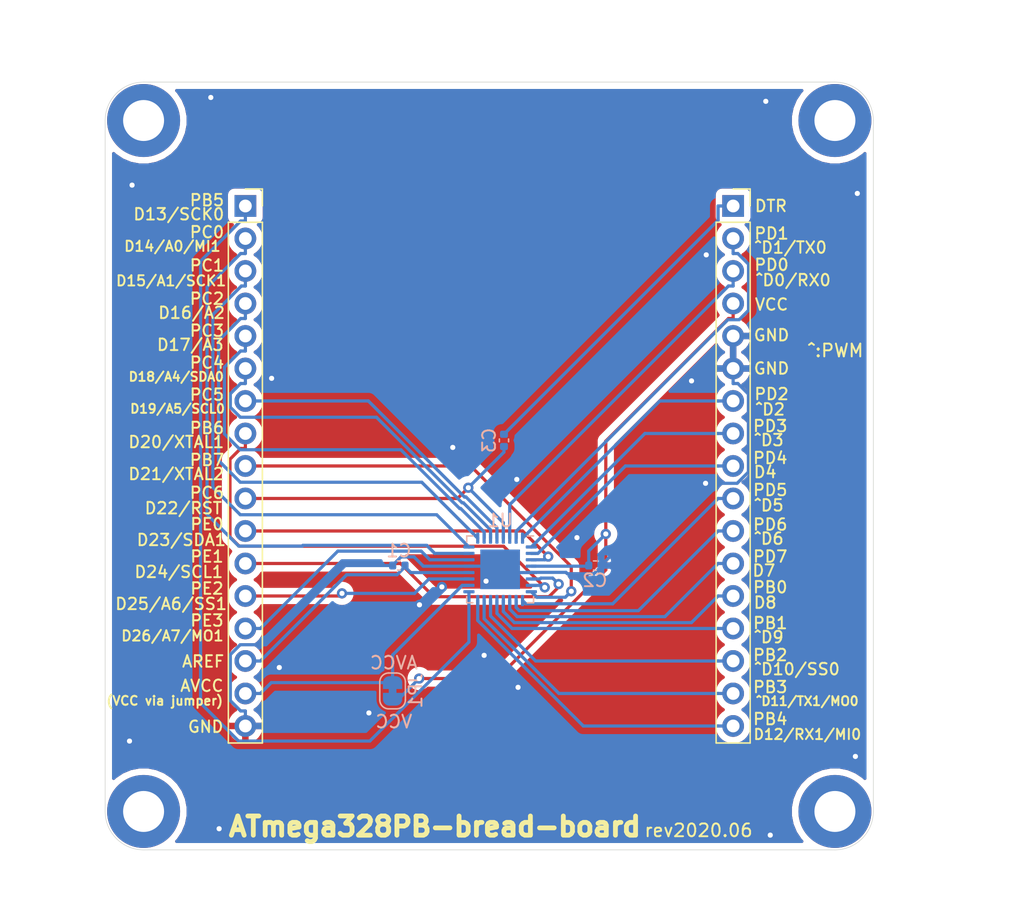
<source format=kicad_pcb>
(kicad_pcb (version 20171130) (host pcbnew 5.1.9-73d0e3b20d~88~ubuntu20.04.1)

  (general
    (thickness 1.6)
    (drawings 79)
    (tracks 250)
    (zones 0)
    (modules 11)
    (nets 33)
  )

  (page A4)
  (layers
    (0 F.Cu signal)
    (31 B.Cu signal)
    (32 B.Adhes user)
    (33 F.Adhes user)
    (34 B.Paste user)
    (35 F.Paste user)
    (36 B.SilkS user)
    (37 F.SilkS user)
    (38 B.Mask user)
    (39 F.Mask user)
    (40 Dwgs.User user)
    (41 Cmts.User user)
    (42 Eco1.User user)
    (43 Eco2.User user)
    (44 Edge.Cuts user)
    (45 Margin user)
    (46 B.CrtYd user)
    (47 F.CrtYd user)
    (48 B.Fab user)
    (49 F.Fab user)
  )

  (setup
    (last_trace_width 0.25)
    (trace_clearance 0.2)
    (zone_clearance 0.508)
    (zone_45_only no)
    (trace_min 0.2)
    (via_size 0.8)
    (via_drill 0.4)
    (via_min_size 0.4)
    (via_min_drill 0.3)
    (uvia_size 0.3)
    (uvia_drill 0.1)
    (uvias_allowed no)
    (uvia_min_size 0.2)
    (uvia_min_drill 0.1)
    (edge_width 0.05)
    (segment_width 0.2)
    (pcb_text_width 0.3)
    (pcb_text_size 1.5 1.5)
    (mod_edge_width 0.12)
    (mod_text_size 1 1)
    (mod_text_width 0.15)
    (pad_size 1.524 1.524)
    (pad_drill 0.762)
    (pad_to_mask_clearance 0.05)
    (aux_axis_origin 0 0)
    (visible_elements FFFFFF7F)
    (pcbplotparams
      (layerselection 0x010fc_ffffffff)
      (usegerberextensions false)
      (usegerberattributes true)
      (usegerberadvancedattributes true)
      (creategerberjobfile true)
      (excludeedgelayer true)
      (linewidth 0.100000)
      (plotframeref false)
      (viasonmask false)
      (mode 1)
      (useauxorigin false)
      (hpglpennumber 1)
      (hpglpenspeed 20)
      (hpglpendiameter 15.000000)
      (psnegative false)
      (psa4output false)
      (plotreference true)
      (plotvalue true)
      (plotinvisibletext false)
      (padsonsilk false)
      (subtractmaskfromsilk false)
      (outputformat 1)
      (mirror false)
      (drillshape 1)
      (scaleselection 1)
      (outputdirectory ""))
  )

  (net 0 "")
  (net 1 GND)
  (net 2 /aref)
  (net 3 VCC)
  (net 4 /pb4)
  (net 5 /pb3)
  (net 6 /pb2)
  (net 7 /pb1)
  (net 8 /pb0)
  (net 9 /pd7)
  (net 10 /pd6)
  (net 11 /pd5)
  (net 12 /pd4)
  (net 13 /pd3)
  (net 14 /pd2)
  (net 15 /pd1)
  (net 16 /pd0)
  (net 17 /pb6)
  (net 18 /pe3)
  (net 19 /pe2)
  (net 20 /pe1)
  (net 21 /pe0)
  (net 22 /pc6)
  (net 23 /pb7)
  (net 24 /pc5)
  (net 25 /pc4)
  (net 26 /pc3)
  (net 27 /pc2)
  (net 28 /pc1)
  (net 29 /pc0)
  (net 30 /pb5)
  (net 31 /avcc)
  (net 32 /DTR)

  (net_class Default "This is the default net class."
    (clearance 0.2)
    (trace_width 0.25)
    (via_dia 0.8)
    (via_drill 0.4)
    (uvia_dia 0.3)
    (uvia_drill 0.1)
    (add_net /DTR)
    (add_net /aref)
    (add_net /avcc)
    (add_net /pb0)
    (add_net /pb1)
    (add_net /pb2)
    (add_net /pb3)
    (add_net /pb4)
    (add_net /pb5)
    (add_net /pb6)
    (add_net /pb7)
    (add_net /pc0)
    (add_net /pc1)
    (add_net /pc2)
    (add_net /pc3)
    (add_net /pc4)
    (add_net /pc5)
    (add_net /pc6)
    (add_net /pd0)
    (add_net /pd1)
    (add_net /pd2)
    (add_net /pd3)
    (add_net /pd4)
    (add_net /pd5)
    (add_net /pd6)
    (add_net /pd7)
    (add_net /pe0)
    (add_net /pe1)
    (add_net /pe2)
    (add_net /pe3)
    (add_net GND)
    (add_net VCC)
  )

  (module Capacitor_SMD:C_0402_1005Metric (layer B.Cu) (tedit 5F68FEEE) (tstamp 604E41FA)
    (at 131.15 78 270)
    (descr "Capacitor SMD 0402 (1005 Metric), square (rectangular) end terminal, IPC_7351 nominal, (Body size source: IPC-SM-782 page 76, https://www.pcb-3d.com/wordpress/wp-content/uploads/ipc-sm-782a_amendment_1_and_2.pdf), generated with kicad-footprint-generator")
    (tags capacitor)
    (path /604E4CAC)
    (attr smd)
    (fp_text reference C3 (at 0 1.16 90) (layer B.SilkS)
      (effects (font (size 1 1) (thickness 0.15)) (justify mirror))
    )
    (fp_text value 0.1uf (at 0 -1.16 90) (layer B.Fab)
      (effects (font (size 1 1) (thickness 0.15)) (justify mirror))
    )
    (fp_text user %R (at 0 0 90) (layer B.Fab)
      (effects (font (size 0.25 0.25) (thickness 0.04)) (justify mirror))
    )
    (fp_line (start -0.5 -0.25) (end -0.5 0.25) (layer B.Fab) (width 0.1))
    (fp_line (start -0.5 0.25) (end 0.5 0.25) (layer B.Fab) (width 0.1))
    (fp_line (start 0.5 0.25) (end 0.5 -0.25) (layer B.Fab) (width 0.1))
    (fp_line (start 0.5 -0.25) (end -0.5 -0.25) (layer B.Fab) (width 0.1))
    (fp_line (start -0.107836 0.36) (end 0.107836 0.36) (layer B.SilkS) (width 0.12))
    (fp_line (start -0.107836 -0.36) (end 0.107836 -0.36) (layer B.SilkS) (width 0.12))
    (fp_line (start -0.91 -0.46) (end -0.91 0.46) (layer B.CrtYd) (width 0.05))
    (fp_line (start -0.91 0.46) (end 0.91 0.46) (layer B.CrtYd) (width 0.05))
    (fp_line (start 0.91 0.46) (end 0.91 -0.46) (layer B.CrtYd) (width 0.05))
    (fp_line (start 0.91 -0.46) (end -0.91 -0.46) (layer B.CrtYd) (width 0.05))
    (pad 2 smd roundrect (at 0.48 0 270) (size 0.56 0.62) (layers B.Cu B.Paste B.Mask) (roundrect_rratio 0.25)
      (net 22 /pc6))
    (pad 1 smd roundrect (at -0.48 0 270) (size 0.56 0.62) (layers B.Cu B.Paste B.Mask) (roundrect_rratio 0.25)
      (net 32 /DTR))
    (model ${KISYS3DMOD}/Capacitor_SMD.3dshapes/C_0402_1005Metric.wrl
      (at (xyz 0 0 0))
      (scale (xyz 1 1 1))
      (rotate (xyz 0 0 0))
    )
  )

  (module Capacitor_SMD:C_0402_1005Metric (layer B.Cu) (tedit 5F68FEEE) (tstamp 5EEFC97C)
    (at 138.25 87.78)
    (descr "Capacitor SMD 0402 (1005 Metric), square (rectangular) end terminal, IPC_7351 nominal, (Body size source: IPC-SM-782 page 76, https://www.pcb-3d.com/wordpress/wp-content/uploads/ipc-sm-782a_amendment_1_and_2.pdf), generated with kicad-footprint-generator")
    (tags capacitor)
    (path /5EF038C7)
    (attr smd)
    (fp_text reference C2 (at 0 1.16) (layer B.SilkS)
      (effects (font (size 1 1) (thickness 0.15)) (justify mirror))
    )
    (fp_text value 0.1uf (at 0 -1.16) (layer B.Fab)
      (effects (font (size 1 1) (thickness 0.15)) (justify mirror))
    )
    (fp_text user %R (at 0 0) (layer B.Fab)
      (effects (font (size 0.25 0.25) (thickness 0.04)) (justify mirror))
    )
    (fp_line (start -0.5 -0.25) (end -0.5 0.25) (layer B.Fab) (width 0.1))
    (fp_line (start -0.5 0.25) (end 0.5 0.25) (layer B.Fab) (width 0.1))
    (fp_line (start 0.5 0.25) (end 0.5 -0.25) (layer B.Fab) (width 0.1))
    (fp_line (start 0.5 -0.25) (end -0.5 -0.25) (layer B.Fab) (width 0.1))
    (fp_line (start -0.107836 0.36) (end 0.107836 0.36) (layer B.SilkS) (width 0.12))
    (fp_line (start -0.107836 -0.36) (end 0.107836 -0.36) (layer B.SilkS) (width 0.12))
    (fp_line (start -0.91 -0.46) (end -0.91 0.46) (layer B.CrtYd) (width 0.05))
    (fp_line (start -0.91 0.46) (end 0.91 0.46) (layer B.CrtYd) (width 0.05))
    (fp_line (start 0.91 0.46) (end 0.91 -0.46) (layer B.CrtYd) (width 0.05))
    (fp_line (start 0.91 -0.46) (end -0.91 -0.46) (layer B.CrtYd) (width 0.05))
    (pad 2 smd roundrect (at 0.48 0) (size 0.56 0.62) (layers B.Cu B.Paste B.Mask) (roundrect_rratio 0.25)
      (net 1 GND))
    (pad 1 smd roundrect (at -0.48 0) (size 0.56 0.62) (layers B.Cu B.Paste B.Mask) (roundrect_rratio 0.25)
      (net 3 VCC))
    (model ${KISYS3DMOD}/Capacitor_SMD.3dshapes/C_0402_1005Metric.wrl
      (at (xyz 0 0 0))
      (scale (xyz 1 1 1))
      (rotate (xyz 0 0 0))
    )
  )

  (module Capacitor_SMD:C_0402_1005Metric (layer B.Cu) (tedit 5F68FEEE) (tstamp 5EEFC96B)
    (at 122.938 87.78 180)
    (descr "Capacitor SMD 0402 (1005 Metric), square (rectangular) end terminal, IPC_7351 nominal, (Body size source: IPC-SM-782 page 76, https://www.pcb-3d.com/wordpress/wp-content/uploads/ipc-sm-782a_amendment_1_and_2.pdf), generated with kicad-footprint-generator")
    (tags capacitor)
    (path /5EEFE1E4)
    (attr smd)
    (fp_text reference C1 (at 0 1.16) (layer B.SilkS)
      (effects (font (size 1 1) (thickness 0.15)) (justify mirror))
    )
    (fp_text value 0.1uf (at 0 -1.16) (layer B.Fab)
      (effects (font (size 1 1) (thickness 0.15)) (justify mirror))
    )
    (fp_text user %R (at 0 0) (layer B.Fab)
      (effects (font (size 0.25 0.25) (thickness 0.04)) (justify mirror))
    )
    (fp_line (start -0.5 -0.25) (end -0.5 0.25) (layer B.Fab) (width 0.1))
    (fp_line (start -0.5 0.25) (end 0.5 0.25) (layer B.Fab) (width 0.1))
    (fp_line (start 0.5 0.25) (end 0.5 -0.25) (layer B.Fab) (width 0.1))
    (fp_line (start 0.5 -0.25) (end -0.5 -0.25) (layer B.Fab) (width 0.1))
    (fp_line (start -0.107836 0.36) (end 0.107836 0.36) (layer B.SilkS) (width 0.12))
    (fp_line (start -0.107836 -0.36) (end 0.107836 -0.36) (layer B.SilkS) (width 0.12))
    (fp_line (start -0.91 -0.46) (end -0.91 0.46) (layer B.CrtYd) (width 0.05))
    (fp_line (start -0.91 0.46) (end 0.91 0.46) (layer B.CrtYd) (width 0.05))
    (fp_line (start 0.91 0.46) (end 0.91 -0.46) (layer B.CrtYd) (width 0.05))
    (fp_line (start 0.91 -0.46) (end -0.91 -0.46) (layer B.CrtYd) (width 0.05))
    (pad 2 smd roundrect (at 0.48 0 180) (size 0.56 0.62) (layers B.Cu B.Paste B.Mask) (roundrect_rratio 0.25)
      (net 1 GND))
    (pad 1 smd roundrect (at -0.48 0 180) (size 0.56 0.62) (layers B.Cu B.Paste B.Mask) (roundrect_rratio 0.25)
      (net 2 /aref))
    (model ${KISYS3DMOD}/Capacitor_SMD.3dshapes/C_0402_1005Metric.wrl
      (at (xyz 0 0 0))
      (scale (xyz 1 1 1))
      (rotate (xyz 0 0 0))
    )
  )

  (module MountingHole:MountingHole_3.2mm_M3_ISO7380_Pad (layer F.Cu) (tedit 56D1B4CB) (tstamp 5EF0C650)
    (at 103 53)
    (descr "Mounting Hole 3.2mm, M3, ISO7380")
    (tags "mounting hole 3.2mm m3 iso7380")
    (attr virtual)
    (fp_text reference REF4 (at 0 -3.85) (layer F.SilkS) hide
      (effects (font (size 1 1) (thickness 0.15)))
    )
    (fp_text value MountingHole_3.2mm_M3_ISO7380_Pad (at 0 3.85) (layer F.Fab) hide
      (effects (font (size 1 1) (thickness 0.15)))
    )
    (fp_text user %R (at 0.3 0) (layer F.Fab)
      (effects (font (size 1 1) (thickness 0.15)))
    )
    (fp_circle (center 0 0) (end 3.1 0) (layer F.CrtYd) (width 0.05))
    (fp_circle (center 0 0) (end 2.85 0) (layer Cmts.User) (width 0.15))
    (pad 1 thru_hole circle (at 0 0) (size 5.7 5.7) (drill 3.2) (layers *.Cu *.Mask))
  )

  (module MountingHole:MountingHole_3.2mm_M3_ISO7380_Pad (layer F.Cu) (tedit 56D1B4CB) (tstamp 5EF0C650)
    (at 157 53)
    (descr "Mounting Hole 3.2mm, M3, ISO7380")
    (tags "mounting hole 3.2mm m3 iso7380")
    (attr virtual)
    (fp_text reference REF3 (at 0 -3.85) (layer F.SilkS) hide
      (effects (font (size 1 1) (thickness 0.15)))
    )
    (fp_text value MountingHole_3.2mm_M3_ISO7380_Pad (at 0 3.85) (layer F.Fab) hide
      (effects (font (size 1 1) (thickness 0.15)))
    )
    (fp_circle (center 0 0) (end 2.85 0) (layer Cmts.User) (width 0.15))
    (fp_circle (center 0 0) (end 3.1 0) (layer F.CrtYd) (width 0.05))
    (fp_text user %R (at 0.3 0) (layer F.Fab)
      (effects (font (size 1 1) (thickness 0.15)))
    )
    (pad 1 thru_hole circle (at 0 0) (size 5.7 5.7) (drill 3.2) (layers *.Cu *.Mask))
  )

  (module MountingHole:MountingHole_3.2mm_M3_ISO7380_Pad (layer F.Cu) (tedit 56D1B4CB) (tstamp 5EF0C650)
    (at 157 107)
    (descr "Mounting Hole 3.2mm, M3, ISO7380")
    (tags "mounting hole 3.2mm m3 iso7380")
    (attr virtual)
    (fp_text reference REF2 (at 0 -3.85) (layer F.SilkS) hide
      (effects (font (size 1 1) (thickness 0.15)))
    )
    (fp_text value MountingHole_3.2mm_M3_ISO7380_Pad (at 0 3.85) (layer F.Fab)
      (effects (font (size 1 1) (thickness 0.15)))
    )
    (fp_circle (center 0 0) (end 2.85 0) (layer Cmts.User) (width 0.15))
    (fp_circle (center 0 0) (end 3.1 0) (layer F.CrtYd) (width 0.05))
    (fp_text user %R (at 0.3 0) (layer F.Fab)
      (effects (font (size 1 1) (thickness 0.15)))
    )
    (pad 1 thru_hole circle (at 0 0) (size 5.7 5.7) (drill 3.2) (layers *.Cu *.Mask))
  )

  (module MountingHole:MountingHole_3.2mm_M3_ISO7380_Pad (layer F.Cu) (tedit 56D1B4CB) (tstamp 5EF0C636)
    (at 103 107)
    (descr "Mounting Hole 3.2mm, M3, ISO7380")
    (tags "mounting hole 3.2mm m3 iso7380")
    (attr virtual)
    (fp_text reference REF1 (at 0 -3.85) (layer F.SilkS) hide
      (effects (font (size 1 1) (thickness 0.15)))
    )
    (fp_text value MountingHole_3.2mm_M3_ISO7380_Pad (at 0 3.85) (layer F.Fab) hide
      (effects (font (size 1 1) (thickness 0.15)))
    )
    (fp_circle (center 0 0) (end 2.85 0) (layer Cmts.User) (width 0.15))
    (fp_circle (center 0 0) (end 3.1 0) (layer F.CrtYd) (width 0.05))
    (fp_text user %R (at 0.3 0) (layer F.Fab)
      (effects (font (size 1 1) (thickness 0.15)))
    )
    (pad 1 thru_hole circle (at 0 0) (size 5.7 5.7) (drill 3.2) (layers *.Cu *.Mask))
  )

  (module Package_DFN_QFN:QFN-32-1EP_5x5mm_P0.5mm_EP3.1x3.1mm (layer B.Cu) (tedit 5DC5F6A4) (tstamp 5EEFCFE5)
    (at 130.85 88.08 180)
    (descr "QFN, 32 Pin (http://ww1.microchip.com/downloads/en/DeviceDoc/8008S.pdf#page=20), generated with kicad-footprint-generator ipc_noLead_generator.py")
    (tags "QFN NoLead")
    (path /5EF5772F)
    (attr smd)
    (fp_text reference U1 (at 0 3.82) (layer B.SilkS)
      (effects (font (size 1 1) (thickness 0.15)) (justify mirror))
    )
    (fp_text value ATmega328PB-MU (at 0 -3.82) (layer B.Fab)
      (effects (font (size 1 1) (thickness 0.15)) (justify mirror))
    )
    (fp_line (start 2.135 2.61) (end 2.61 2.61) (layer B.SilkS) (width 0.12))
    (fp_line (start 2.61 2.61) (end 2.61 2.135) (layer B.SilkS) (width 0.12))
    (fp_line (start -2.135 -2.61) (end -2.61 -2.61) (layer B.SilkS) (width 0.12))
    (fp_line (start -2.61 -2.61) (end -2.61 -2.135) (layer B.SilkS) (width 0.12))
    (fp_line (start 2.135 -2.61) (end 2.61 -2.61) (layer B.SilkS) (width 0.12))
    (fp_line (start 2.61 -2.61) (end 2.61 -2.135) (layer B.SilkS) (width 0.12))
    (fp_line (start -2.135 2.61) (end -2.61 2.61) (layer B.SilkS) (width 0.12))
    (fp_line (start -1.5 2.5) (end 2.5 2.5) (layer B.Fab) (width 0.1))
    (fp_line (start 2.5 2.5) (end 2.5 -2.5) (layer B.Fab) (width 0.1))
    (fp_line (start 2.5 -2.5) (end -2.5 -2.5) (layer B.Fab) (width 0.1))
    (fp_line (start -2.5 -2.5) (end -2.5 1.5) (layer B.Fab) (width 0.1))
    (fp_line (start -2.5 1.5) (end -1.5 2.5) (layer B.Fab) (width 0.1))
    (fp_line (start -3.12 3.12) (end -3.12 -3.12) (layer B.CrtYd) (width 0.05))
    (fp_line (start -3.12 -3.12) (end 3.12 -3.12) (layer B.CrtYd) (width 0.05))
    (fp_line (start 3.12 -3.12) (end 3.12 3.12) (layer B.CrtYd) (width 0.05))
    (fp_line (start 3.12 3.12) (end -3.12 3.12) (layer B.CrtYd) (width 0.05))
    (fp_text user %R (at 0 0) (layer B.Fab)
      (effects (font (size 1 1) (thickness 0.15)) (justify mirror))
    )
    (pad "" smd roundrect (at 1.03 -1.03 180) (size 0.83 0.83) (layers B.Paste) (roundrect_rratio 0.25))
    (pad "" smd roundrect (at 1.03 0 180) (size 0.83 0.83) (layers B.Paste) (roundrect_rratio 0.25))
    (pad "" smd roundrect (at 1.03 1.03 180) (size 0.83 0.83) (layers B.Paste) (roundrect_rratio 0.25))
    (pad "" smd roundrect (at 0 -1.03 180) (size 0.83 0.83) (layers B.Paste) (roundrect_rratio 0.25))
    (pad "" smd roundrect (at 0 0 180) (size 0.83 0.83) (layers B.Paste) (roundrect_rratio 0.25))
    (pad "" smd roundrect (at 0 1.03 180) (size 0.83 0.83) (layers B.Paste) (roundrect_rratio 0.25))
    (pad "" smd roundrect (at -1.03 -1.03 180) (size 0.83 0.83) (layers B.Paste) (roundrect_rratio 0.25))
    (pad "" smd roundrect (at -1.03 0 180) (size 0.83 0.83) (layers B.Paste) (roundrect_rratio 0.25))
    (pad "" smd roundrect (at -1.03 1.03 180) (size 0.83 0.83) (layers B.Paste) (roundrect_rratio 0.25))
    (pad 33 smd rect (at 0 0 180) (size 3.1 3.1) (layers B.Cu B.Mask)
      (net 1 GND))
    (pad 32 smd roundrect (at -1.75 2.4375 180) (size 0.25 0.875) (layers B.Cu B.Paste B.Mask) (roundrect_rratio 0.25)
      (net 14 /pd2))
    (pad 31 smd roundrect (at -1.25 2.4375 180) (size 0.25 0.875) (layers B.Cu B.Paste B.Mask) (roundrect_rratio 0.25)
      (net 15 /pd1))
    (pad 30 smd roundrect (at -0.75 2.4375 180) (size 0.25 0.875) (layers B.Cu B.Paste B.Mask) (roundrect_rratio 0.25)
      (net 16 /pd0))
    (pad 29 smd roundrect (at -0.25 2.4375 180) (size 0.25 0.875) (layers B.Cu B.Paste B.Mask) (roundrect_rratio 0.25)
      (net 22 /pc6))
    (pad 28 smd roundrect (at 0.25 2.4375 180) (size 0.25 0.875) (layers B.Cu B.Paste B.Mask) (roundrect_rratio 0.25)
      (net 24 /pc5))
    (pad 27 smd roundrect (at 0.75 2.4375 180) (size 0.25 0.875) (layers B.Cu B.Paste B.Mask) (roundrect_rratio 0.25)
      (net 25 /pc4))
    (pad 26 smd roundrect (at 1.25 2.4375 180) (size 0.25 0.875) (layers B.Cu B.Paste B.Mask) (roundrect_rratio 0.25)
      (net 26 /pc3))
    (pad 25 smd roundrect (at 1.75 2.4375 180) (size 0.25 0.875) (layers B.Cu B.Paste B.Mask) (roundrect_rratio 0.25)
      (net 27 /pc2))
    (pad 24 smd roundrect (at 2.4375 1.75 180) (size 0.875 0.25) (layers B.Cu B.Paste B.Mask) (roundrect_rratio 0.25)
      (net 28 /pc1))
    (pad 23 smd roundrect (at 2.4375 1.25 180) (size 0.875 0.25) (layers B.Cu B.Paste B.Mask) (roundrect_rratio 0.25)
      (net 29 /pc0))
    (pad 22 smd roundrect (at 2.4375 0.75 180) (size 0.875 0.25) (layers B.Cu B.Paste B.Mask) (roundrect_rratio 0.25)
      (net 18 /pe3))
    (pad 21 smd roundrect (at 2.4375 0.25 180) (size 0.875 0.25) (layers B.Cu B.Paste B.Mask) (roundrect_rratio 0.25)
      (net 1 GND))
    (pad 20 smd roundrect (at 2.4375 -0.25 180) (size 0.875 0.25) (layers B.Cu B.Paste B.Mask) (roundrect_rratio 0.25)
      (net 2 /aref))
    (pad 19 smd roundrect (at 2.4375 -0.75 180) (size 0.875 0.25) (layers B.Cu B.Paste B.Mask) (roundrect_rratio 0.25)
      (net 19 /pe2))
    (pad 18 smd roundrect (at 2.4375 -1.25 180) (size 0.875 0.25) (layers B.Cu B.Paste B.Mask) (roundrect_rratio 0.25)
      (net 31 /avcc))
    (pad 17 smd roundrect (at 2.4375 -1.75 180) (size 0.875 0.25) (layers B.Cu B.Paste B.Mask) (roundrect_rratio 0.25)
      (net 30 /pb5))
    (pad 16 smd roundrect (at 1.75 -2.4375 180) (size 0.25 0.875) (layers B.Cu B.Paste B.Mask) (roundrect_rratio 0.25)
      (net 4 /pb4))
    (pad 15 smd roundrect (at 1.25 -2.4375 180) (size 0.25 0.875) (layers B.Cu B.Paste B.Mask) (roundrect_rratio 0.25)
      (net 5 /pb3))
    (pad 14 smd roundrect (at 0.75 -2.4375 180) (size 0.25 0.875) (layers B.Cu B.Paste B.Mask) (roundrect_rratio 0.25)
      (net 6 /pb2))
    (pad 13 smd roundrect (at 0.25 -2.4375 180) (size 0.25 0.875) (layers B.Cu B.Paste B.Mask) (roundrect_rratio 0.25)
      (net 7 /pb1))
    (pad 12 smd roundrect (at -0.25 -2.4375 180) (size 0.25 0.875) (layers B.Cu B.Paste B.Mask) (roundrect_rratio 0.25)
      (net 8 /pb0))
    (pad 11 smd roundrect (at -0.75 -2.4375 180) (size 0.25 0.875) (layers B.Cu B.Paste B.Mask) (roundrect_rratio 0.25)
      (net 9 /pd7))
    (pad 10 smd roundrect (at -1.25 -2.4375 180) (size 0.25 0.875) (layers B.Cu B.Paste B.Mask) (roundrect_rratio 0.25)
      (net 10 /pd6))
    (pad 9 smd roundrect (at -1.75 -2.4375 180) (size 0.25 0.875) (layers B.Cu B.Paste B.Mask) (roundrect_rratio 0.25)
      (net 11 /pd5))
    (pad 8 smd roundrect (at -2.4375 -1.75 180) (size 0.875 0.25) (layers B.Cu B.Paste B.Mask) (roundrect_rratio 0.25)
      (net 23 /pb7))
    (pad 7 smd roundrect (at -2.4375 -1.25 180) (size 0.875 0.25) (layers B.Cu B.Paste B.Mask) (roundrect_rratio 0.25)
      (net 17 /pb6))
    (pad 6 smd roundrect (at -2.4375 -0.75 180) (size 0.875 0.25) (layers B.Cu B.Paste B.Mask) (roundrect_rratio 0.25)
      (net 20 /pe1))
    (pad 5 smd roundrect (at -2.4375 -0.25 180) (size 0.875 0.25) (layers B.Cu B.Paste B.Mask) (roundrect_rratio 0.25)
      (net 1 GND))
    (pad 4 smd roundrect (at -2.4375 0.25 180) (size 0.875 0.25) (layers B.Cu B.Paste B.Mask) (roundrect_rratio 0.25)
      (net 3 VCC))
    (pad 3 smd roundrect (at -2.4375 0.75 180) (size 0.875 0.25) (layers B.Cu B.Paste B.Mask) (roundrect_rratio 0.25)
      (net 21 /pe0))
    (pad 2 smd roundrect (at -2.4375 1.25 180) (size 0.875 0.25) (layers B.Cu B.Paste B.Mask) (roundrect_rratio 0.25)
      (net 12 /pd4))
    (pad 1 smd roundrect (at -2.4375 1.75 180) (size 0.875 0.25) (layers B.Cu B.Paste B.Mask) (roundrect_rratio 0.25)
      (net 13 /pd3))
    (model ${KISYS3DMOD}/Package_DFN_QFN.3dshapes/QFN-32-1EP_5x5mm_P0.5mm_EP3.1x3.1mm.wrl
      (at (xyz 0 0 0))
      (scale (xyz 1 1 1))
      (rotate (xyz 0 0 0))
    )
  )

  (module Jumper:SolderJumper-2_P1.3mm_Bridged_RoundedPad1.0x1.5mm (layer B.Cu) (tedit 5C745284) (tstamp 5EEFC9D9)
    (at 122.45 97.58 90)
    (descr "SMD Solder Jumper, 1x1.5mm, rounded Pads, 0.3mm gap, bridged with 1 copper strip")
    (tags "solder jumper open")
    (path /5EF1D9B3)
    (attr virtual)
    (fp_text reference JP1 (at 0 1.8 90) (layer B.SilkS)
      (effects (font (size 1 1) (thickness 0.15)) (justify mirror))
    )
    (fp_text value NC (at 0 -1.9 90) (layer B.Fab)
      (effects (font (size 1 1) (thickness 0.15)) (justify mirror))
    )
    (fp_line (start -1.4 -0.3) (end -1.4 0.3) (layer B.SilkS) (width 0.12))
    (fp_line (start 0.7 -1) (end -0.7 -1) (layer B.SilkS) (width 0.12))
    (fp_line (start 1.4 0.3) (end 1.4 -0.3) (layer B.SilkS) (width 0.12))
    (fp_line (start -0.7 1) (end 0.7 1) (layer B.SilkS) (width 0.12))
    (fp_line (start -1.65 1.25) (end 1.65 1.25) (layer B.CrtYd) (width 0.05))
    (fp_line (start -1.65 1.25) (end -1.65 -1.25) (layer B.CrtYd) (width 0.05))
    (fp_line (start 1.65 -1.25) (end 1.65 1.25) (layer B.CrtYd) (width 0.05))
    (fp_line (start 1.65 -1.25) (end -1.65 -1.25) (layer B.CrtYd) (width 0.05))
    (fp_poly (pts (xy 0.25 0.3) (xy -0.25 0.3) (xy -0.25 -0.3) (xy 0.25 -0.3)) (layer B.Cu) (width 0))
    (fp_arc (start -0.7 0.3) (end -0.7 1) (angle 90) (layer B.SilkS) (width 0.12))
    (fp_arc (start -0.7 -0.3) (end -1.4 -0.3) (angle 90) (layer B.SilkS) (width 0.12))
    (fp_arc (start 0.7 -0.3) (end 0.7 -1) (angle 90) (layer B.SilkS) (width 0.12))
    (fp_arc (start 0.7 0.3) (end 1.4 0.3) (angle 90) (layer B.SilkS) (width 0.12))
    (pad 1 smd custom (at -0.65 0 90) (size 1 0.5) (layers B.Cu B.Mask)
      (net 3 VCC) (zone_connect 2)
      (options (clearance outline) (anchor rect))
      (primitives
        (gr_circle (center 0 -0.25) (end 0.5 -0.25) (width 0))
        (gr_circle (center 0 0.25) (end 0.5 0.25) (width 0))
        (gr_poly (pts
           (xy 0 0.75) (xy 0.5 0.75) (xy 0.5 -0.75) (xy 0 -0.75)) (width 0))
      ))
    (pad 2 smd custom (at 0.65 0 90) (size 1 0.5) (layers B.Cu B.Mask)
      (net 31 /avcc) (zone_connect 2)
      (options (clearance outline) (anchor rect))
      (primitives
        (gr_circle (center 0 -0.25) (end 0.5 -0.25) (width 0))
        (gr_circle (center 0 0.25) (end 0.5 0.25) (width 0))
        (gr_poly (pts
           (xy 0 0.75) (xy -0.5 0.75) (xy -0.5 -0.75) (xy 0 -0.75)) (width 0))
      ))
  )

  (module Connector_PinSocket_2.54mm:PinSocket_1x17_P2.54mm_Vertical (layer F.Cu) (tedit 5A19A42B) (tstamp 5EEFC9C6)
    (at 110.95 59.68)
    (descr "Through hole straight socket strip, 1x17, 2.54mm pitch, single row (from Kicad 4.0.7), script generated")
    (tags "Through hole socket strip THT 1x17 2.54mm single row")
    (path /5EF241A6)
    (fp_text reference J2 (at 0 -2.77) (layer F.SilkS) hide
      (effects (font (size 1 1) (thickness 0.15)))
    )
    (fp_text value Conn_01x17 (at 0 43.41) (layer F.Fab)
      (effects (font (size 1 1) (thickness 0.15)))
    )
    (fp_line (start -1.8 42.4) (end -1.8 -1.8) (layer F.CrtYd) (width 0.05))
    (fp_line (start 1.75 42.4) (end -1.8 42.4) (layer F.CrtYd) (width 0.05))
    (fp_line (start 1.75 -1.8) (end 1.75 42.4) (layer F.CrtYd) (width 0.05))
    (fp_line (start -1.8 -1.8) (end 1.75 -1.8) (layer F.CrtYd) (width 0.05))
    (fp_line (start 0 -1.33) (end 1.33 -1.33) (layer F.SilkS) (width 0.12))
    (fp_line (start 1.33 -1.33) (end 1.33 0) (layer F.SilkS) (width 0.12))
    (fp_line (start 1.33 1.27) (end 1.33 41.97) (layer F.SilkS) (width 0.12))
    (fp_line (start -1.33 41.97) (end 1.33 41.97) (layer F.SilkS) (width 0.12))
    (fp_line (start -1.33 1.27) (end -1.33 41.97) (layer F.SilkS) (width 0.12))
    (fp_line (start -1.33 1.27) (end 1.33 1.27) (layer F.SilkS) (width 0.12))
    (fp_line (start -1.27 41.91) (end -1.27 -1.27) (layer F.Fab) (width 0.1))
    (fp_line (start 1.27 41.91) (end -1.27 41.91) (layer F.Fab) (width 0.1))
    (fp_line (start 1.27 -0.635) (end 1.27 41.91) (layer F.Fab) (width 0.1))
    (fp_line (start 0.635 -1.27) (end 1.27 -0.635) (layer F.Fab) (width 0.1))
    (fp_line (start -1.27 -1.27) (end 0.635 -1.27) (layer F.Fab) (width 0.1))
    (fp_text user %R (at 0 20.32 90) (layer F.Fab)
      (effects (font (size 1 1) (thickness 0.15)))
    )
    (pad 1 thru_hole rect (at 0 0) (size 1.7 1.7) (drill 1) (layers *.Cu *.Mask)
      (net 30 /pb5))
    (pad 2 thru_hole oval (at 0 2.54) (size 1.7 1.7) (drill 1) (layers *.Cu *.Mask)
      (net 29 /pc0))
    (pad 3 thru_hole oval (at 0 5.08) (size 1.7 1.7) (drill 1) (layers *.Cu *.Mask)
      (net 28 /pc1))
    (pad 4 thru_hole oval (at 0 7.62) (size 1.7 1.7) (drill 1) (layers *.Cu *.Mask)
      (net 27 /pc2))
    (pad 5 thru_hole oval (at 0 10.16) (size 1.7 1.7) (drill 1) (layers *.Cu *.Mask)
      (net 26 /pc3))
    (pad 6 thru_hole oval (at 0 12.7) (size 1.7 1.7) (drill 1) (layers *.Cu *.Mask)
      (net 25 /pc4))
    (pad 7 thru_hole oval (at 0 15.24) (size 1.7 1.7) (drill 1) (layers *.Cu *.Mask)
      (net 24 /pc5))
    (pad 8 thru_hole oval (at 0 17.78) (size 1.7 1.7) (drill 1) (layers *.Cu *.Mask)
      (net 17 /pb6))
    (pad 9 thru_hole oval (at 0 20.32) (size 1.7 1.7) (drill 1) (layers *.Cu *.Mask)
      (net 23 /pb7))
    (pad 10 thru_hole oval (at 0 22.86) (size 1.7 1.7) (drill 1) (layers *.Cu *.Mask)
      (net 22 /pc6))
    (pad 11 thru_hole oval (at 0 25.4) (size 1.7 1.7) (drill 1) (layers *.Cu *.Mask)
      (net 21 /pe0))
    (pad 12 thru_hole oval (at 0 27.94) (size 1.7 1.7) (drill 1) (layers *.Cu *.Mask)
      (net 20 /pe1))
    (pad 13 thru_hole oval (at 0 30.48) (size 1.7 1.7) (drill 1) (layers *.Cu *.Mask)
      (net 19 /pe2))
    (pad 14 thru_hole oval (at 0 33.02) (size 1.7 1.7) (drill 1) (layers *.Cu *.Mask)
      (net 18 /pe3))
    (pad 15 thru_hole oval (at 0 35.56) (size 1.7 1.7) (drill 1) (layers *.Cu *.Mask)
      (net 2 /aref))
    (pad 16 thru_hole oval (at 0 38.1) (size 1.7 1.7) (drill 1) (layers *.Cu *.Mask)
      (net 31 /avcc))
    (pad 17 thru_hole oval (at 0 40.64) (size 1.7 1.7) (drill 1) (layers *.Cu *.Mask)
      (net 1 GND))
    (model ${KISYS3DMOD}/Connector_PinSocket_2.54mm.3dshapes/PinSocket_1x17_P2.54mm_Vertical.wrl
      (at (xyz 0 0 0))
      (scale (xyz 1 1 1))
      (rotate (xyz 0 0 0))
    )
  )

  (module Connector_PinSocket_2.54mm:PinSocket_1x17_P2.54mm_Vertical (layer F.Cu) (tedit 5A19A42B) (tstamp 5EEFC9A1)
    (at 149.05 59.68)
    (descr "Through hole straight socket strip, 1x17, 2.54mm pitch, single row (from Kicad 4.0.7), script generated")
    (tags "Through hole socket strip THT 1x17 2.54mm single row")
    (path /5EF236D3)
    (fp_text reference J1 (at 0 -2.77) (layer F.SilkS) hide
      (effects (font (size 1 1) (thickness 0.15)))
    )
    (fp_text value Conn_01x17 (at 0 43.41) (layer F.Fab)
      (effects (font (size 1 1) (thickness 0.15)))
    )
    (fp_line (start -1.8 42.4) (end -1.8 -1.8) (layer F.CrtYd) (width 0.05))
    (fp_line (start 1.75 42.4) (end -1.8 42.4) (layer F.CrtYd) (width 0.05))
    (fp_line (start 1.75 -1.8) (end 1.75 42.4) (layer F.CrtYd) (width 0.05))
    (fp_line (start -1.8 -1.8) (end 1.75 -1.8) (layer F.CrtYd) (width 0.05))
    (fp_line (start 0 -1.33) (end 1.33 -1.33) (layer F.SilkS) (width 0.12))
    (fp_line (start 1.33 -1.33) (end 1.33 0) (layer F.SilkS) (width 0.12))
    (fp_line (start 1.33 1.27) (end 1.33 41.97) (layer F.SilkS) (width 0.12))
    (fp_line (start -1.33 41.97) (end 1.33 41.97) (layer F.SilkS) (width 0.12))
    (fp_line (start -1.33 1.27) (end -1.33 41.97) (layer F.SilkS) (width 0.12))
    (fp_line (start -1.33 1.27) (end 1.33 1.27) (layer F.SilkS) (width 0.12))
    (fp_line (start -1.27 41.91) (end -1.27 -1.27) (layer F.Fab) (width 0.1))
    (fp_line (start 1.27 41.91) (end -1.27 41.91) (layer F.Fab) (width 0.1))
    (fp_line (start 1.27 -0.635) (end 1.27 41.91) (layer F.Fab) (width 0.1))
    (fp_line (start 0.635 -1.27) (end 1.27 -0.635) (layer F.Fab) (width 0.1))
    (fp_line (start -1.27 -1.27) (end 0.635 -1.27) (layer F.Fab) (width 0.1))
    (fp_text user %R (at 0 20.32 90) (layer F.Fab)
      (effects (font (size 1 1) (thickness 0.15)))
    )
    (pad 1 thru_hole rect (at 0 0) (size 1.7 1.7) (drill 1) (layers *.Cu *.Mask)
      (net 32 /DTR))
    (pad 2 thru_hole oval (at 0 2.54) (size 1.7 1.7) (drill 1) (layers *.Cu *.Mask)
      (net 15 /pd1))
    (pad 3 thru_hole oval (at 0 5.08) (size 1.7 1.7) (drill 1) (layers *.Cu *.Mask)
      (net 16 /pd0))
    (pad 4 thru_hole oval (at 0 7.62) (size 1.7 1.7) (drill 1) (layers *.Cu *.Mask)
      (net 3 VCC))
    (pad 5 thru_hole oval (at 0 10.16) (size 1.7 1.7) (drill 1) (layers *.Cu *.Mask)
      (net 1 GND))
    (pad 6 thru_hole oval (at 0 12.7) (size 1.7 1.7) (drill 1) (layers *.Cu *.Mask)
      (net 1 GND))
    (pad 7 thru_hole oval (at 0 15.24) (size 1.7 1.7) (drill 1) (layers *.Cu *.Mask)
      (net 14 /pd2))
    (pad 8 thru_hole oval (at 0 17.78) (size 1.7 1.7) (drill 1) (layers *.Cu *.Mask)
      (net 13 /pd3))
    (pad 9 thru_hole oval (at 0 20.32) (size 1.7 1.7) (drill 1) (layers *.Cu *.Mask)
      (net 12 /pd4))
    (pad 10 thru_hole oval (at 0 22.86) (size 1.7 1.7) (drill 1) (layers *.Cu *.Mask)
      (net 11 /pd5))
    (pad 11 thru_hole oval (at 0 25.4) (size 1.7 1.7) (drill 1) (layers *.Cu *.Mask)
      (net 10 /pd6))
    (pad 12 thru_hole oval (at 0 27.94) (size 1.7 1.7) (drill 1) (layers *.Cu *.Mask)
      (net 9 /pd7))
    (pad 13 thru_hole oval (at 0 30.48) (size 1.7 1.7) (drill 1) (layers *.Cu *.Mask)
      (net 8 /pb0))
    (pad 14 thru_hole oval (at 0 33.02) (size 1.7 1.7) (drill 1) (layers *.Cu *.Mask)
      (net 7 /pb1))
    (pad 15 thru_hole oval (at 0 35.56) (size 1.7 1.7) (drill 1) (layers *.Cu *.Mask)
      (net 6 /pb2))
    (pad 16 thru_hole oval (at 0 38.1) (size 1.7 1.7) (drill 1) (layers *.Cu *.Mask)
      (net 5 /pb3))
    (pad 17 thru_hole oval (at 0 40.64) (size 1.7 1.7) (drill 1) (layers *.Cu *.Mask)
      (net 4 /pb4))
    (model ${KISYS3DMOD}/Connector_PinSocket_2.54mm.3dshapes/PinSocket_1x17_P2.54mm_Vertical.wrl
      (at (xyz 0 0 0))
      (scale (xyz 1 1 1))
      (rotate (xyz 0 0 0))
    )
  )

  (dimension 60 (width 0.15) (layer Dwgs.User)
    (gr_text "60.000 mm" (at 165.15 80 270) (layer Dwgs.User)
      (effects (font (size 1 1) (thickness 0.15)))
    )
    (feature1 (pts (xy 157 110) (xy 164.436421 110)))
    (feature2 (pts (xy 157 50) (xy 164.436421 50)))
    (crossbar (pts (xy 163.85 50) (xy 163.85 110)))
    (arrow1a (pts (xy 163.85 110) (xy 163.263579 108.873496)))
    (arrow1b (pts (xy 163.85 110) (xy 164.436421 108.873496)))
    (arrow2a (pts (xy 163.85 50) (xy 163.263579 51.126504)))
    (arrow2b (pts (xy 163.85 50) (xy 164.436421 51.126504)))
  )
  (gr_text DTR (at 152 59.68) (layer F.SilkS) (tstamp 604E463D)
    (effects (font (size 0.9 0.9) (thickness 0.15)))
  )
  (dimension 3 (width 0.15) (layer Dwgs.User)
    (gr_text "3.000 mm" (at 101.5 114.48) (layer Dwgs.User)
      (effects (font (size 1 1) (thickness 0.15)))
    )
    (feature1 (pts (xy 103 107) (xy 103 113.766421)))
    (feature2 (pts (xy 100 107) (xy 100 113.766421)))
    (crossbar (pts (xy 100 113.18) (xy 103 113.18)))
    (arrow1a (pts (xy 103 113.18) (xy 101.873496 113.766421)))
    (arrow1b (pts (xy 103 113.18) (xy 101.873496 112.593579)))
    (arrow2a (pts (xy 100 113.18) (xy 101.126504 113.766421)))
    (arrow2b (pts (xy 100 113.18) (xy 101.126504 112.593579)))
  )
  (dimension 3 (width 0.15) (layer Dwgs.User)
    (gr_text "3.000 mm" (at 95.45 108.5 270) (layer Dwgs.User)
      (effects (font (size 1 1) (thickness 0.15)))
    )
    (feature1 (pts (xy 103 110) (xy 96.163579 110)))
    (feature2 (pts (xy 103 107) (xy 96.163579 107)))
    (crossbar (pts (xy 96.75 107) (xy 96.75 110)))
    (arrow1a (pts (xy 96.75 110) (xy 96.163579 108.873496)))
    (arrow1b (pts (xy 96.75 110) (xy 97.336421 108.873496)))
    (arrow2a (pts (xy 96.75 107) (xy 96.163579 108.126504)))
    (arrow2b (pts (xy 96.75 107) (xy 97.336421 108.126504)))
  )
  (dimension 60 (width 0.15) (layer Dwgs.User)
    (gr_text "60.000 mm" (at 130 44.28) (layer Dwgs.User)
      (effects (font (size 1 1) (thickness 0.15)))
    )
    (feature1 (pts (xy 160 53) (xy 160 44.993579)))
    (feature2 (pts (xy 100 53) (xy 100 44.993579)))
    (crossbar (pts (xy 100 45.58) (xy 160 45.58)))
    (arrow1a (pts (xy 160 45.58) (xy 158.873496 46.166421)))
    (arrow1b (pts (xy 160 45.58) (xy 158.873496 44.993579)))
    (arrow2a (pts (xy 100 45.58) (xy 101.126504 46.166421)))
    (arrow2b (pts (xy 100 45.58) (xy 101.126504 44.993579)))
  )
  (gr_arc (start 103 107) (end 100 107) (angle -90) (layer Edge.Cuts) (width 0.05) (tstamp 5EF0C961))
  (gr_arc (start 157 107) (end 157 110) (angle -90) (layer Edge.Cuts) (width 0.05) (tstamp 5EF0C961))
  (gr_arc (start 157 53) (end 160 53) (angle -90) (layer Edge.Cuts) (width 0.05) (tstamp 5EF0C961))
  (gr_arc (start 103 53) (end 103 50) (angle -90) (layer Edge.Cuts) (width 0.05))
  (gr_text ^:PWM (at 157.05 70.98) (layer F.SilkS)
    (effects (font (size 1 1) (thickness 0.15)))
  )
  (gr_text rev2020.06 (at 146.35 108.48) (layer F.SilkS)
    (effects (font (size 1 1) (thickness 0.15)))
  )
  (gr_text ATmega328PB-bread-board (at 125.75 108.18) (layer F.SilkS)
    (effects (font (size 1.5 1.5) (thickness 0.375)))
  )
  (gr_text VCC (at 122.55 99.98) (layer B.SilkS)
    (effects (font (size 1 1) (thickness 0.15)) (justify mirror))
  )
  (gr_text AVCC (at 122.55 95.38) (layer B.SilkS)
    (effects (font (size 1 1) (thickness 0.15)) (justify mirror))
  )
  (gr_text GND (at 107.85 100.38) (layer F.SilkS) (tstamp 5EF0B1CD)
    (effects (font (size 0.9 0.9) (thickness 0.15)))
  )
  (gr_text "(VCC via jumper)" (at 104.65 98.35) (layer F.SilkS) (tstamp 5EF0B1CD)
    (effects (font (size 0.7 0.7) (thickness 0.15)))
  )
  (gr_text AVCC (at 107.55 97.18) (layer F.SilkS) (tstamp 5EF0B1CD)
    (effects (font (size 0.9 0.9) (thickness 0.15)))
  )
  (gr_text AREF (at 107.65 95.28) (layer F.SilkS) (tstamp 5EF0B1CD)
    (effects (font (size 0.9 0.9) (thickness 0.15)))
  )
  (gr_text D26/A7/MO1 (at 105.25 93.28) (layer F.SilkS) (tstamp 5EF0B1CD)
    (effects (font (size 0.8 0.8) (thickness 0.15)))
  )
  (gr_text PE3 (at 107.95 92.08) (layer F.SilkS) (tstamp 5EF0B1CD)
    (effects (font (size 0.9 0.9) (thickness 0.15)))
  )
  (gr_text D25/A6/SS1 (at 105.15 90.78) (layer F.SilkS) (tstamp 5EF0B1CD)
    (effects (font (size 0.9 0.9) (thickness 0.15)))
  )
  (gr_text PE2 (at 107.95 89.58) (layer F.SilkS) (tstamp 5EF0B1CD)
    (effects (font (size 0.9 0.9) (thickness 0.15)))
  )
  (gr_text D24/SCL1 (at 105.75 88.28) (layer F.SilkS) (tstamp 5EF0B1CD)
    (effects (font (size 0.9 0.9) (thickness 0.15)))
  )
  (gr_text PE1 (at 107.95 87.08) (layer F.SilkS) (tstamp 5EF0B1CD)
    (effects (font (size 0.9 0.9) (thickness 0.15)))
  )
  (gr_text D23/SDA1 (at 105.95 85.78) (layer F.SilkS) (tstamp 5EF0B1CD)
    (effects (font (size 0.9 0.9) (thickness 0.15)))
  )
  (gr_text PE0 (at 107.95 84.55) (layer F.SilkS) (tstamp 5EF0B1CD)
    (effects (font (size 0.9 0.9) (thickness 0.15)))
  )
  (gr_text D21/XTAL2 (at 105.55 80.63) (layer F.SilkS) (tstamp 5EF0B1CD)
    (effects (font (size 0.9 0.9) (thickness 0.15)))
  )
  (gr_text PB7 (at 107.95 79.53) (layer F.SilkS) (tstamp 5EF0B1CD)
    (effects (font (size 0.9 0.9) (thickness 0.15)))
  )
  (gr_text D20/XTAL1 (at 105.55 78.13) (layer F.SilkS) (tstamp 5EF0B1CD)
    (effects (font (size 0.9 0.9) (thickness 0.15)))
  )
  (gr_text PB6 (at 107.95 77.03) (layer F.SilkS) (tstamp 5EF0B1CD)
    (effects (font (size 0.9 0.9) (thickness 0.15)))
  )
  (gr_text D19/A5/SCL0 (at 105.65 75.53) (layer F.SilkS) (tstamp 5EF0B1CD)
    (effects (font (size 0.7 0.7) (thickness 0.15)))
  )
  (gr_text PC5 (at 107.95 74.43) (layer F.SilkS) (tstamp 5EF0B1CD)
    (effects (font (size 0.9 0.9) (thickness 0.15)))
  )
  (gr_text D18/A4/SDA0 (at 105.55 73.03) (layer F.SilkS) (tstamp 5EF0B1CD)
    (effects (font (size 0.7 0.7) (thickness 0.15)))
  )
  (gr_text PC4 (at 107.95 71.93) (layer F.SilkS) (tstamp 5EF0B1CD)
    (effects (font (size 0.9 0.9) (thickness 0.15)))
  )
  (gr_text D17/A3 (at 106.65 70.53) (layer F.SilkS) (tstamp 5EF0B1CD)
    (effects (font (size 0.9 0.9) (thickness 0.15)))
  )
  (gr_text PC3 (at 107.95 69.43) (layer F.SilkS) (tstamp 5EF0B1CD)
    (effects (font (size 0.9 0.9) (thickness 0.15)))
  )
  (gr_text D16/A2 (at 106.75 68.03) (layer F.SilkS) (tstamp 5EF0B1CD)
    (effects (font (size 0.9 0.9) (thickness 0.15)))
  )
  (gr_text PC2 (at 107.95 66.93) (layer F.SilkS) (tstamp 5EF0B1CD)
    (effects (font (size 0.9 0.9) (thickness 0.15)))
  )
  (gr_text D15/A1/SCK1 (at 105.15 65.53) (layer F.SilkS) (tstamp 5EF0B1CD)
    (effects (font (size 0.8 0.8) (thickness 0.15)))
  )
  (gr_text PC1 (at 107.95 64.33) (layer F.SilkS) (tstamp 5EF0B1CD)
    (effects (font (size 0.9 0.9) (thickness 0.15)))
  )
  (gr_text D14/A0/MI1 (at 105.25 62.83) (layer F.SilkS) (tstamp 5EF0B1CD)
    (effects (font (size 0.8 0.8) (thickness 0.15)))
  )
  (gr_text PC0 (at 107.95 61.73) (layer F.SilkS) (tstamp 5EF0B1CD)
    (effects (font (size 0.9 0.9) (thickness 0.15)))
  )
  (gr_text D13/SCK0 (at 105.75 60.33) (layer F.SilkS) (tstamp 5EF0B1CD)
    (effects (font (size 0.9 0.9) (thickness 0.15)))
  )
  (gr_text PB5 (at 107.95 59.23) (layer F.SilkS) (tstamp 5EF0B1CD)
    (effects (font (size 0.9 0.9) (thickness 0.15)))
  )
  (gr_text D12/RX1/MI0 (at 154.85 100.98) (layer F.SilkS) (tstamp 5EF0B1CD)
    (effects (font (size 0.8 0.8) (thickness 0.15)))
  )
  (gr_text PB4 (at 151.95 99.78) (layer F.SilkS) (tstamp 5EF0B1CD)
    (effects (font (size 0.9 0.9) (thickness 0.15)))
  )
  (gr_text ^D11/TX1/MO0 (at 154.85 98.38) (layer F.SilkS) (tstamp 5EF0B1CD)
    (effects (font (size 0.7 0.7) (thickness 0.15)))
  )
  (gr_text PB3 (at 151.95 97.28) (layer F.SilkS) (tstamp 5EF0B1CD)
    (effects (font (size 0.9 0.9) (thickness 0.15)))
  )
  (gr_text ^D10/SS0 (at 154.05 95.88) (layer F.SilkS) (tstamp 5EF0B1CD)
    (effects (font (size 0.9 0.9) (thickness 0.15)))
  )
  (gr_text PB2 (at 151.95 94.78) (layer F.SilkS) (tstamp 5EF0B1CD)
    (effects (font (size 0.9 0.9) (thickness 0.15)))
  )
  (gr_text ^D9 (at 151.85 93.38) (layer F.SilkS) (tstamp 5EF0B1CD)
    (effects (font (size 0.9 0.9) (thickness 0.15)))
  )
  (gr_text PB1 (at 151.95 92.28) (layer F.SilkS) (tstamp 5EF0B1CD)
    (effects (font (size 0.9 0.9) (thickness 0.15)))
  )
  (gr_text D8 (at 151.55 90.68) (layer F.SilkS) (tstamp 5EF0B1CD)
    (effects (font (size 0.9 0.9) (thickness 0.15)))
  )
  (gr_text PB0 (at 151.95 89.48) (layer F.SilkS) (tstamp 5EF0B1CD)
    (effects (font (size 0.9 0.9) (thickness 0.15)))
  )
  (gr_text D7 (at 151.45 88.18) (layer F.SilkS) (tstamp 5EF0B1CD)
    (effects (font (size 0.9 0.9) (thickness 0.15)))
  )
  (gr_text PD7 (at 151.95 87.08) (layer F.SilkS) (tstamp 5EF0B1CD)
    (effects (font (size 0.9 0.9) (thickness 0.15)))
  )
  (gr_text ^D6 (at 151.85 85.68) (layer F.SilkS) (tstamp 5EF0B1CD)
    (effects (font (size 0.9 0.9) (thickness 0.15)))
  )
  (gr_text PD6 (at 151.95 84.58) (layer F.SilkS) (tstamp 5EF0B1CD)
    (effects (font (size 0.9 0.9) (thickness 0.15)))
  )
  (gr_text ^D5 (at 151.85 83.08) (layer F.SilkS) (tstamp 5EF0B1CD)
    (effects (font (size 0.9 0.9) (thickness 0.15)))
  )
  (gr_text PD5 (at 151.95 81.88) (layer F.SilkS) (tstamp 5EF0B1CD)
    (effects (font (size 0.9 0.9) (thickness 0.15)))
  )
  (gr_text D4 (at 151.55 80.48) (layer F.SilkS) (tstamp 5EF0B1CD)
    (effects (font (size 0.9 0.9) (thickness 0.15)))
  )
  (gr_text PD4 (at 151.95 79.38) (layer F.SilkS) (tstamp 5EF0B1CD)
    (effects (font (size 0.9 0.9) (thickness 0.15)))
  )
  (gr_text ^D3 (at 151.85 77.98) (layer F.SilkS) (tstamp 5EF0B196)
    (effects (font (size 0.9 0.9) (thickness 0.15)))
  )
  (gr_text PD3 (at 151.95 76.88) (layer F.SilkS) (tstamp 5EF0B196)
    (effects (font (size 0.9 0.9) (thickness 0.15)))
  )
  (gr_text ^D2 (at 151.95 75.58) (layer F.SilkS) (tstamp 5EF0B196)
    (effects (font (size 0.9 0.9) (thickness 0.15)))
  )
  (gr_text PD2 (at 152.05 74.38) (layer F.SilkS) (tstamp 5EF0B196)
    (effects (font (size 0.9 0.9) (thickness 0.15)))
  )
  (gr_text GND (at 152.05 72.38) (layer F.SilkS) (tstamp 5EF0B196)
    (effects (font (size 0.9 0.9) (thickness 0.15)))
  )
  (gr_text GND (at 152.05 69.78) (layer F.SilkS) (tstamp 5EF0B196)
    (effects (font (size 0.9 0.9) (thickness 0.15)))
  )
  (gr_text VCC (at 152.05 67.38) (layer F.SilkS) (tstamp 5EF0B196)
    (effects (font (size 0.9 0.9) (thickness 0.15)))
  )
  (gr_text ^D1/TX0 (at 153.55 62.93) (layer F.SilkS) (tstamp 5EF0B196)
    (effects (font (size 0.9 0.9) (thickness 0.15)))
  )
  (gr_text PD1 (at 152.05 61.83) (layer F.SilkS) (tstamp 5EF0B196)
    (effects (font (size 0.9 0.9) (thickness 0.15)))
  )
  (gr_text ^D0/RX0 (at 153.75 65.48) (layer F.SilkS) (tstamp 5EF0B196)
    (effects (font (size 0.9 0.9) (thickness 0.15)))
  )
  (gr_text PD0 (at 152.05 64.28) (layer F.SilkS) (tstamp 5EF0B196)
    (effects (font (size 0.9 0.9) (thickness 0.15)))
  )
  (gr_text D22/RST (at 106.1 83.3) (layer F.SilkS)
    (effects (font (size 0.9 0.9) (thickness 0.15)))
  )
  (gr_text PC6 (at 107.95 82.1) (layer F.SilkS)
    (effects (font (size 0.9 0.9) (thickness 0.15)))
  )
  (gr_line (start 157 50) (end 103 50) (layer Edge.Cuts) (width 0.05))
  (gr_line (start 160 107) (end 160 53) (layer Edge.Cuts) (width 0.05))
  (gr_line (start 103 110) (end 157 110) (layer Edge.Cuts) (width 0.05))
  (gr_line (start 100 53) (end 100 107) (layer Edge.Cuts) (width 0.05))

  (segment (start 138.73 87.78) (end 138.73 87.8653) (width 0.25) (layer B.Cu) (net 1))
  (segment (start 138.73 87.8653) (end 138.1768 88.4185) (width 0.25) (layer B.Cu) (net 1))
  (segment (start 138.1768 88.4185) (end 136.0939 88.4185) (width 0.25) (layer B.Cu) (net 1))
  (segment (start 136.0939 88.4185) (end 135.9872 88.3118) (width 0.25) (layer B.Cu) (net 1))
  (segment (start 135.9872 88.3118) (end 133.3057 88.3118) (width 0.25) (layer B.Cu) (net 1))
  (segment (start 133.3057 88.3118) (end 133.2875 88.33) (width 0.25) (layer B.Cu) (net 1))
  (segment (start 130.85 88.08) (end 131.1 88.33) (width 0.25) (layer B.Cu) (net 1))
  (segment (start 131.1 88.33) (end 133.2875 88.33) (width 0.25) (layer B.Cu) (net 1))
  (segment (start 128.4125 87.83) (end 130.6 87.83) (width 0.25) (layer B.Cu) (net 1))
  (segment (start 130.6 87.83) (end 130.85 88.08) (width 0.25) (layer B.Cu) (net 1))
  (segment (start 122.458 87.78) (end 122.458 87.7598) (width 0.25) (layer B.Cu) (net 1))
  (segment (start 122.458 87.7598) (end 123.1139 87.1039) (width 0.25) (layer B.Cu) (net 1))
  (segment (start 123.1139 87.1039) (end 124.1227 87.1039) (width 0.25) (layer B.Cu) (net 1))
  (segment (start 124.1227 87.1039) (end 124.8488 87.83) (width 0.25) (layer B.Cu) (net 1))
  (segment (start 124.8488 87.83) (end 128.4125 87.83) (width 0.25) (layer B.Cu) (net 1))
  (segment (start 110.95 99.1447) (end 110.5826 99.1447) (width 0.25) (layer B.Cu) (net 1))
  (segment (start 110.5826 99.1447) (end 109.7747 98.3368) (width 0.25) (layer B.Cu) (net 1))
  (segment (start 109.7747 98.3368) (end 109.7747 94.7437) (width 0.25) (layer B.Cu) (net 1))
  (segment (start 109.7747 94.7437) (end 110.5484 93.97) (width 0.25) (layer B.Cu) (net 1))
  (segment (start 110.5484 93.97) (end 112.562 93.97) (width 0.25) (layer B.Cu) (net 1))
  (segment (start 112.562 93.97) (end 118.752 87.78) (width 0.25) (layer B.Cu) (net 1))
  (segment (start 118.752 87.78) (end 122.458 87.78) (width 0.25) (layer B.Cu) (net 1))
  (segment (start 110.95 100.32) (end 110.95 99.1447) (width 0.25) (layer B.Cu) (net 1))
  (segment (start 149.05 72.38) (end 149.05 73.5553) (width 0.25) (layer B.Cu) (net 1))
  (segment (start 149.05 73.5553) (end 149.4173 73.5553) (width 0.25) (layer B.Cu) (net 1))
  (segment (start 149.4173 73.5553) (end 150.2436 74.3816) (width 0.25) (layer B.Cu) (net 1))
  (segment (start 150.2436 74.3816) (end 150.2436 80.4722) (width 0.25) (layer B.Cu) (net 1))
  (segment (start 150.2436 80.4722) (end 149.3616 81.3542) (width 0.25) (layer B.Cu) (net 1))
  (segment (start 149.3616 81.3542) (end 146.8958 81.3542) (width 0.25) (layer B.Cu) (net 1))
  (segment (start 145.1558 81.3542) (end 138.73 87.78) (width 0.25) (layer B.Cu) (net 1))
  (segment (start 149.05 69.84) (end 149.05 72.38) (width 0.25) (layer F.Cu) (net 1))
  (via (at 127.15 78.55) (size 0.8) (drill 0.4) (layers F.Cu B.Cu) (net 1))
  (via (at 136.85 85.6) (size 0.8) (drill 0.4) (layers F.Cu B.Cu) (net 1))
  (via (at 129.75 89) (size 0.8) (drill 0.4) (layers F.Cu B.Cu) (net 1))
  (via (at 126.3 89.45) (size 0.8) (drill 0.4) (layers F.Cu B.Cu) (net 1))
  (via (at 124.55 90.85) (size 0.8) (drill 0.4) (layers F.Cu B.Cu) (net 1))
  (via (at 113.6 95.75) (size 0.8) (drill 0.4) (layers F.Cu B.Cu) (net 1))
  (via (at 120.6 99.3) (size 0.8) (drill 0.4) (layers F.Cu B.Cu) (net 1))
  (via (at 108.9 108.35) (size 0.8) (drill 0.4) (layers F.Cu B.Cu) (net 1))
  (via (at 101.9 101.5) (size 0.8) (drill 0.4) (layers F.Cu B.Cu) (net 1))
  (via (at 102.1 58.05) (size 0.8) (drill 0.4) (layers F.Cu B.Cu) (net 1))
  (via (at 108.25 51.2) (size 0.8) (drill 0.4) (layers F.Cu B.Cu) (net 1))
  (via (at 151.6 51.5) (size 0.8) (drill 0.4) (layers F.Cu B.Cu) (net 1))
  (via (at 158.75 58.7) (size 0.8) (drill 0.4) (layers F.Cu B.Cu) (net 1))
  (via (at 158.6 102.7) (size 0.8) (drill 0.4) (layers F.Cu B.Cu) (net 1))
  (via (at 151.95 108.85) (size 0.8) (drill 0.4) (layers F.Cu B.Cu) (net 1))
  (via (at 129.6 94.8) (size 0.8) (drill 0.4) (layers F.Cu B.Cu) (net 1))
  (via (at 132.25 97.3) (size 0.8) (drill 0.4) (layers F.Cu B.Cu) (net 1))
  (segment (start 146.8958 81.3542) (end 145.1558 81.3542) (width 0.25) (layer B.Cu) (net 1) (tstamp 604E4E80))
  (via (at 146.8958 81.3542) (size 0.8) (drill 0.4) (layers F.Cu B.Cu) (net 1))
  (via (at 145.8 73.35) (size 0.8) (drill 0.4) (layers F.Cu B.Cu) (net 1))
  (via (at 132.15 81.05) (size 0.8) (drill 0.4) (layers F.Cu B.Cu) (net 1))
  (via (at 146.95 63.5) (size 0.8) (drill 0.4) (layers F.Cu B.Cu) (net 1))
  (via (at 113 73.15) (size 0.8) (drill 0.4) (layers F.Cu B.Cu) (net 1))
  (segment (start 123.418 87.88) (end 123.418 87.78) (width 0.25) (layer B.Cu) (net 2))
  (segment (start 112.1253 95.24) (end 118.8641 88.5012) (width 0.25) (layer B.Cu) (net 2))
  (segment (start 118.8641 88.5012) (end 122.7968 88.5012) (width 0.25) (layer B.Cu) (net 2))
  (segment (start 122.7968 88.5012) (end 123.418 87.88) (width 0.25) (layer B.Cu) (net 2))
  (segment (start 123.418 87.88) (end 123.868 88.33) (width 0.25) (layer B.Cu) (net 2))
  (segment (start 123.868 88.33) (end 128.4125 88.33) (width 0.25) (layer B.Cu) (net 2))
  (segment (start 110.95 95.24) (end 112.1253 95.24) (width 0.25) (layer B.Cu) (net 2))
  (segment (start 124.5244 96.6136) (end 130.6118 96.6136) (width 0.25) (layer F.Cu) (net 3))
  (segment (start 130.6118 96.6136) (end 139.1033 88.1221) (width 0.25) (layer F.Cu) (net 3))
  (segment (start 139.1033 88.1221) (end 139.1033 85.313) (width 0.25) (layer F.Cu) (net 3))
  (segment (start 122.45 98.23) (end 122.908 98.23) (width 0.25) (layer B.Cu) (net 3))
  (segment (start 122.908 98.23) (end 124.5244 96.6136) (width 0.25) (layer B.Cu) (net 3))
  (segment (start 137.77 87.78) (end 137.72 87.83) (width 0.25) (layer B.Cu) (net 3))
  (segment (start 137.72 87.83) (end 133.2875 87.83) (width 0.25) (layer B.Cu) (net 3))
  (segment (start 139.1033 85.313) (end 137.77 86.6463) (width 0.25) (layer B.Cu) (net 3))
  (segment (start 137.77 86.6463) (end 137.77 87.78) (width 0.25) (layer B.Cu) (net 3))
  (segment (start 149.05 67.3) (end 149.05 68.4753) (width 0.25) (layer F.Cu) (net 3))
  (segment (start 149.05 68.4753) (end 148.6827 68.4753) (width 0.25) (layer F.Cu) (net 3))
  (segment (start 148.6827 68.4753) (end 139.1033 78.0547) (width 0.25) (layer F.Cu) (net 3))
  (segment (start 139.1033 78.0547) (end 139.1033 85.313) (width 0.25) (layer F.Cu) (net 3))
  (via (at 124.5244 96.6136) (size 0.8) (layers F.Cu B.Cu) (net 3))
  (via (at 139.1033 85.313) (size 0.8) (layers F.Cu B.Cu) (net 3))
  (segment (start 129.1 90.5175) (end 129.1 92.0727) (width 0.25) (layer B.Cu) (net 4))
  (segment (start 129.1 92.0727) (end 137.3473 100.32) (width 0.25) (layer B.Cu) (net 4))
  (segment (start 137.3473 100.32) (end 147.8747 100.32) (width 0.25) (layer B.Cu) (net 4))
  (segment (start 149.05 100.32) (end 147.8747 100.32) (width 0.25) (layer B.Cu) (net 4))
  (segment (start 129.6 90.5175) (end 129.6 91.9358) (width 0.25) (layer B.Cu) (net 5))
  (segment (start 129.6 91.9358) (end 135.4442 97.78) (width 0.25) (layer B.Cu) (net 5))
  (segment (start 135.4442 97.78) (end 147.8747 97.78) (width 0.25) (layer B.Cu) (net 5))
  (segment (start 149.05 97.78) (end 147.8747 97.78) (width 0.25) (layer B.Cu) (net 5))
  (segment (start 130.1 90.5175) (end 130.1 91.7188) (width 0.25) (layer B.Cu) (net 6))
  (segment (start 130.1 91.7188) (end 133.6212 95.24) (width 0.25) (layer B.Cu) (net 6))
  (segment (start 133.6212 95.24) (end 147.8747 95.24) (width 0.25) (layer B.Cu) (net 6))
  (segment (start 149.05 95.24) (end 147.8747 95.24) (width 0.25) (layer B.Cu) (net 6))
  (segment (start 130.6 90.5175) (end 130.6 91.5189) (width 0.25) (layer B.Cu) (net 7))
  (segment (start 130.6 91.5189) (end 131.7811 92.7) (width 0.25) (layer B.Cu) (net 7))
  (segment (start 131.7811 92.7) (end 147.8747 92.7) (width 0.25) (layer B.Cu) (net 7))
  (segment (start 149.05 92.7) (end 147.8747 92.7) (width 0.25) (layer B.Cu) (net 7))
  (segment (start 131.1 90.5175) (end 131.1 91.382) (width 0.25) (layer B.Cu) (net 8))
  (segment (start 131.1 91.382) (end 131.9601 92.2421) (width 0.25) (layer B.Cu) (net 8))
  (segment (start 131.9601 92.2421) (end 145.7926 92.2421) (width 0.25) (layer B.Cu) (net 8))
  (segment (start 145.7926 92.2421) (end 147.8747 90.16) (width 0.25) (layer B.Cu) (net 8))
  (segment (start 149.05 90.16) (end 147.8747 90.16) (width 0.25) (layer B.Cu) (net 8))
  (segment (start 131.6 90.5175) (end 131.6 91.1924) (width 0.25) (layer B.Cu) (net 9))
  (segment (start 131.6 91.1924) (end 132.182 91.7744) (width 0.25) (layer B.Cu) (net 9))
  (segment (start 132.182 91.7744) (end 143.7203 91.7744) (width 0.25) (layer B.Cu) (net 9))
  (segment (start 143.7203 91.7744) (end 147.8747 87.62) (width 0.25) (layer B.Cu) (net 9))
  (segment (start 149.05 87.62) (end 147.8747 87.62) (width 0.25) (layer B.Cu) (net 9))
  (segment (start 149.05 85.08) (end 147.8747 85.08) (width 0.25) (layer B.Cu) (net 10))
  (segment (start 147.8747 85.08) (end 141.6489 91.3058) (width 0.25) (layer B.Cu) (net 10))
  (segment (start 141.6489 91.3058) (end 132.3503 91.3058) (width 0.25) (layer B.Cu) (net 10))
  (segment (start 132.3503 91.3058) (end 132.1 91.0555) (width 0.25) (layer B.Cu) (net 10))
  (segment (start 132.1 91.0555) (end 132.1 90.5175) (width 0.25) (layer B.Cu) (net 10))
  (segment (start 149.05 82.54) (end 147.8747 82.54) (width 0.25) (layer B.Cu) (net 11))
  (segment (start 147.8747 82.54) (end 139.6438 90.7709) (width 0.25) (layer B.Cu) (net 11))
  (segment (start 139.6438 90.7709) (end 132.8534 90.7709) (width 0.25) (layer B.Cu) (net 11))
  (segment (start 132.8534 90.7709) (end 132.6 90.5175) (width 0.25) (layer B.Cu) (net 11))
  (segment (start 147.8747 80) (end 140.635 80) (width 0.25) (layer B.Cu) (net 12))
  (segment (start 140.635 80) (end 133.805 86.83) (width 0.25) (layer B.Cu) (net 12))
  (segment (start 133.805 86.83) (end 133.2875 86.83) (width 0.25) (layer B.Cu) (net 12))
  (segment (start 149.05 80) (end 147.8747 80) (width 0.25) (layer B.Cu) (net 12))
  (segment (start 147.8747 77.46) (end 142.1575 77.46) (width 0.25) (layer B.Cu) (net 13))
  (segment (start 142.1575 77.46) (end 133.2875 86.33) (width 0.25) (layer B.Cu) (net 13))
  (segment (start 149.05 77.46) (end 147.8747 77.46) (width 0.25) (layer B.Cu) (net 13))
  (segment (start 147.8747 74.92) (end 143.3225 74.92) (width 0.25) (layer B.Cu) (net 14))
  (segment (start 143.3225 74.92) (end 132.6 85.6425) (width 0.25) (layer B.Cu) (net 14))
  (segment (start 149.05 74.92) (end 147.8747 74.92) (width 0.25) (layer B.Cu) (net 14))
  (segment (start 149.05 62.22) (end 149.05 63.3953) (width 0.25) (layer B.Cu) (net 15))
  (segment (start 149.05 63.3953) (end 149.4173 63.3953) (width 0.25) (layer B.Cu) (net 15))
  (segment (start 149.4173 63.3953) (end 150.2525 64.2305) (width 0.25) (layer B.Cu) (net 15))
  (segment (start 150.2525 64.2305) (end 150.2525 67.8365) (width 0.25) (layer B.Cu) (net 15))
  (segment (start 150.2525 67.8365) (end 149.519 68.57) (width 0.25) (layer B.Cu) (net 15))
  (segment (start 149.519 68.57) (end 148.6374 68.57) (width 0.25) (layer B.Cu) (net 15))
  (segment (start 148.6374 68.57) (end 132.1 85.1074) (width 0.25) (layer B.Cu) (net 15))
  (segment (start 132.1 85.1074) (end 132.1 85.6425) (width 0.25) (layer B.Cu) (net 15))
  (segment (start 149.05 64.76) (end 149.05 65.9353) (width 0.25) (layer B.Cu) (net 16))
  (segment (start 149.05 65.9353) (end 148.6827 65.9353) (width 0.25) (layer B.Cu) (net 16))
  (segment (start 148.6827 65.9353) (end 131.6 83.018) (width 0.25) (layer B.Cu) (net 16))
  (segment (start 131.6 83.018) (end 131.6 85.6425) (width 0.25) (layer B.Cu) (net 16))
  (segment (start 110.95 77.46) (end 110.95 78.6353) (width 0.25) (layer F.Cu) (net 17))
  (segment (start 134.3343 89.4874) (end 134.1769 89.33) (width 0.25) (layer B.Cu) (net 17))
  (segment (start 134.1769 89.33) (end 133.2875 89.33) (width 0.25) (layer B.Cu) (net 17))
  (segment (start 110.95 78.6353) (end 110.5827 78.6353) (width 0.25) (layer F.Cu) (net 17))
  (segment (start 110.5827 78.6353) (end 109.7478 79.4702) (width 0.25) (layer F.Cu) (net 17))
  (segment (start 109.7478 79.4702) (end 109.7478 85.5431) (width 0.25) (layer F.Cu) (net 17))
  (segment (start 109.7478 85.5431) (end 110.4749 86.2702) (width 0.25) (layer F.Cu) (net 17))
  (segment (start 110.4749 86.2702) (end 131.1171 86.2702) (width 0.25) (layer F.Cu) (net 17))
  (segment (start 131.1171 86.2702) (end 134.3343 89.4874) (width 0.25) (layer F.Cu) (net 17))
  (via (at 134.3343 89.4874) (size 0.8) (layers F.Cu B.Cu) (net 17))
  (segment (start 112.1253 92.7) (end 118.1718 86.6535) (width 0.25) (layer B.Cu) (net 18))
  (segment (start 118.1718 86.6535) (end 124.6826 86.6535) (width 0.25) (layer B.Cu) (net 18))
  (segment (start 124.6826 86.6535) (end 125.3591 87.33) (width 0.25) (layer B.Cu) (net 18))
  (segment (start 125.3591 87.33) (end 128.4125 87.33) (width 0.25) (layer B.Cu) (net 18))
  (segment (start 110.95 92.7) (end 112.1253 92.7) (width 0.25) (layer B.Cu) (net 18))
  (segment (start 110.95 90.16) (end 118.2937 90.16) (width 0.25) (layer F.Cu) (net 19))
  (segment (start 118.2937 90.16) (end 118.4969 89.9568) (width 0.25) (layer F.Cu) (net 19))
  (segment (start 128.4125 88.83) (end 125.2904 88.83) (width 0.25) (layer B.Cu) (net 19))
  (segment (start 125.2904 88.83) (end 124.1636 89.9568) (width 0.25) (layer B.Cu) (net 19))
  (segment (start 124.1636 89.9568) (end 118.4969 89.9568) (width 0.25) (layer B.Cu) (net 19))
  (via (at 118.4969 89.9568) (size 0.8) (layers F.Cu B.Cu) (net 19))
  (segment (start 135.42 89.2293) (end 134.9528 88.7621) (width 0.25) (layer B.Cu) (net 20))
  (segment (start 134.9528 88.7621) (end 134.0339 88.7621) (width 0.25) (layer B.Cu) (net 20))
  (segment (start 134.0339 88.7621) (end 133.966 88.83) (width 0.25) (layer B.Cu) (net 20))
  (segment (start 133.966 88.83) (end 133.2875 88.83) (width 0.25) (layer B.Cu) (net 20))
  (segment (start 110.95 87.62) (end 123.0669 87.62) (width 0.25) (layer F.Cu) (net 20))
  (segment (start 123.0669 87.62) (end 125.6625 90.2156) (width 0.25) (layer F.Cu) (net 20))
  (segment (start 125.6625 90.2156) (end 134.6668 90.2156) (width 0.25) (layer F.Cu) (net 20))
  (segment (start 134.6668 90.2156) (end 135.42 89.4624) (width 0.25) (layer F.Cu) (net 20))
  (segment (start 135.42 89.4624) (end 135.42 89.2293) (width 0.25) (layer F.Cu) (net 20))
  (via (at 135.42 89.2293) (size 0.8) (layers F.Cu B.Cu) (net 20))
  (segment (start 112.1253 85.08) (end 132.6032 85.08) (width 0.25) (layer F.Cu) (net 21))
  (segment (start 132.6032 85.08) (end 134.6042 87.081) (width 0.25) (layer F.Cu) (net 21))
  (segment (start 110.95 85.08) (end 112.1253 85.08) (width 0.25) (layer F.Cu) (net 21))
  (segment (start 133.2875 87.33) (end 134.3552 87.33) (width 0.25) (layer B.Cu) (net 21))
  (segment (start 134.3552 87.33) (end 134.6042 87.081) (width 0.25) (layer B.Cu) (net 21))
  (via (at 134.6042 87.081) (size 0.8) (layers F.Cu B.Cu) (net 21))
  (segment (start 128.3634 81.6991) (end 131.1 84.4357) (width 0.25) (layer B.Cu) (net 22))
  (segment (start 131.1 84.4357) (end 131.1 85.6425) (width 0.25) (layer B.Cu) (net 22))
  (segment (start 128.3634 81.6991) (end 131.15 78.9125) (width 0.25) (layer B.Cu) (net 22))
  (segment (start 131.15 78.9125) (end 131.15 78.48) (width 0.25) (layer B.Cu) (net 22))
  (segment (start 110.95 82.54) (end 127.5225 82.54) (width 0.25) (layer F.Cu) (net 22))
  (segment (start 127.5225 82.54) (end 128.3634 81.6991) (width 0.25) (layer F.Cu) (net 22))
  (via (at 128.3634 81.6991) (size 0.8) (layers F.Cu B.Cu) (net 22))
  (segment (start 136.4067 89.7929) (end 135.9404 90.2592) (width 0.25) (layer B.Cu) (net 23))
  (segment (start 135.9404 90.2592) (end 133.7167 90.2592) (width 0.25) (layer B.Cu) (net 23))
  (segment (start 133.7167 90.2592) (end 133.2875 89.83) (width 0.25) (layer B.Cu) (net 23))
  (segment (start 110.95 80) (end 128.5491 80) (width 0.25) (layer F.Cu) (net 23))
  (segment (start 128.5491 80) (end 136.4067 87.8576) (width 0.25) (layer F.Cu) (net 23))
  (segment (start 136.4067 87.8576) (end 136.4067 89.7929) (width 0.25) (layer F.Cu) (net 23))
  (via (at 136.4067 89.7929) (size 0.8) (layers F.Cu B.Cu) (net 23))
  (segment (start 110.95 74.92) (end 120.5586 74.92) (width 0.25) (layer B.Cu) (net 24))
  (segment (start 120.5586 74.92) (end 128.063 82.4244) (width 0.25) (layer B.Cu) (net 24))
  (segment (start 128.063 82.4244) (end 128.1826 82.4244) (width 0.25) (layer B.Cu) (net 24))
  (segment (start 128.1826 82.4244) (end 130.6 84.8418) (width 0.25) (layer B.Cu) (net 24))
  (segment (start 130.6 84.8418) (end 130.6 85.6425) (width 0.25) (layer B.Cu) (net 24))
  (segment (start 110.95 73.5553) (end 110.5778 73.5553) (width 0.25) (layer B.Cu) (net 25))
  (segment (start 110.5778 73.5553) (end 109.7747 74.3584) (width 0.25) (layer B.Cu) (net 25))
  (segment (start 109.7747 74.3584) (end 109.7747 75.409) (width 0.25) (layer B.Cu) (net 25))
  (segment (start 109.7747 75.409) (end 110.5557 76.19) (width 0.25) (layer B.Cu) (net 25))
  (segment (start 110.5557 76.19) (end 121.1917 76.19) (width 0.25) (layer B.Cu) (net 25))
  (segment (start 121.1917 76.19) (end 127.8764 82.8747) (width 0.25) (layer B.Cu) (net 25))
  (segment (start 127.8764 82.8747) (end 127.9783 82.8747) (width 0.25) (layer B.Cu) (net 25))
  (segment (start 127.9783 82.8747) (end 130.1 84.9964) (width 0.25) (layer B.Cu) (net 25))
  (segment (start 130.1 84.9964) (end 130.1 85.6425) (width 0.25) (layer B.Cu) (net 25))
  (segment (start 110.95 72.38) (end 110.95 73.5553) (width 0.25) (layer B.Cu) (net 25))
  (segment (start 110.95 71.0153) (end 110.5795 71.0153) (width 0.25) (layer B.Cu) (net 26))
  (segment (start 110.5795 71.0153) (end 109.3151 72.2797) (width 0.25) (layer B.Cu) (net 26))
  (segment (start 109.3151 72.2797) (end 109.3151 77.4906) (width 0.25) (layer B.Cu) (net 26))
  (segment (start 109.3151 77.4906) (end 110.5545 78.73) (width 0.25) (layer B.Cu) (net 26))
  (segment (start 110.5545 78.73) (end 123.0948 78.73) (width 0.25) (layer B.Cu) (net 26))
  (segment (start 123.0948 78.73) (end 127.6898 83.325) (width 0.25) (layer B.Cu) (net 26))
  (segment (start 127.6898 83.325) (end 127.7697 83.325) (width 0.25) (layer B.Cu) (net 26))
  (segment (start 127.7697 83.325) (end 129.6 85.1553) (width 0.25) (layer B.Cu) (net 26))
  (segment (start 129.6 85.1553) (end 129.6 85.6425) (width 0.25) (layer B.Cu) (net 26))
  (segment (start 110.95 69.84) (end 110.95 71.0153) (width 0.25) (layer B.Cu) (net 26))
  (segment (start 129.1 85.6425) (end 124.7275 81.27) (width 0.25) (layer B.Cu) (net 27))
  (segment (start 124.7275 81.27) (end 110.5511 81.27) (width 0.25) (layer B.Cu) (net 27))
  (segment (start 110.5511 81.27) (end 108.859 79.5779) (width 0.25) (layer B.Cu) (net 27))
  (segment (start 108.859 79.5779) (end 108.859 70.199) (width 0.25) (layer B.Cu) (net 27))
  (segment (start 108.859 70.199) (end 110.5827 68.4753) (width 0.25) (layer B.Cu) (net 27))
  (segment (start 110.5827 68.4753) (end 110.95 68.4753) (width 0.25) (layer B.Cu) (net 27))
  (segment (start 110.95 67.3) (end 110.95 68.4753) (width 0.25) (layer B.Cu) (net 27))
  (segment (start 110.95 64.76) (end 110.95 65.9353) (width 0.25) (layer B.Cu) (net 28))
  (segment (start 110.95 65.9353) (end 110.6372 65.9353) (width 0.25) (layer B.Cu) (net 28))
  (segment (start 110.6372 65.9353) (end 108.4075 68.165) (width 0.25) (layer B.Cu) (net 28))
  (segment (start 108.4075 68.165) (end 108.4075 81.667) (width 0.25) (layer B.Cu) (net 28))
  (segment (start 108.4075 81.667) (end 110.5505 83.81) (width 0.25) (layer B.Cu) (net 28))
  (segment (start 110.5505 83.81) (end 125.8925 83.81) (width 0.25) (layer B.Cu) (net 28))
  (segment (start 125.8925 83.81) (end 128.4125 86.33) (width 0.25) (layer B.Cu) (net 28))
  (segment (start 110.95 63.3953) (end 110.5827 63.3953) (width 0.25) (layer B.Cu) (net 29))
  (segment (start 110.5827 63.3953) (end 107.9572 66.0208) (width 0.25) (layer B.Cu) (net 29))
  (segment (start 107.9572 66.0208) (end 107.9572 83.785) (width 0.25) (layer B.Cu) (net 29))
  (segment (start 107.9572 83.785) (end 110.4322 86.26) (width 0.25) (layer B.Cu) (net 29))
  (segment (start 110.4322 86.26) (end 115.3922 86.26) (width 0.25) (layer B.Cu) (net 29))
  (segment (start 115.3922 86.26) (end 115.4522 86.2) (width 0.25) (layer B.Cu) (net 29))
  (segment (start 115.4522 86.2) (end 125.1087 86.2) (width 0.25) (layer B.Cu) (net 29))
  (segment (start 125.1087 86.2) (end 125.7387 86.83) (width 0.25) (layer B.Cu) (net 29))
  (segment (start 125.7387 86.83) (end 128.4125 86.83) (width 0.25) (layer B.Cu) (net 29))
  (segment (start 110.95 62.22) (end 110.95 63.3953) (width 0.25) (layer B.Cu) (net 29))
  (segment (start 110.95 60.8553) (end 110.5827 60.8553) (width 0.25) (layer B.Cu) (net 30))
  (segment (start 110.5827 60.8553) (end 107.4506 63.9874) (width 0.25) (layer B.Cu) (net 30))
  (segment (start 107.4506 63.9874) (end 107.4506 98.5282) (width 0.25) (layer B.Cu) (net 30))
  (segment (start 107.4506 98.5282) (end 110.4207 101.4983) (width 0.25) (layer B.Cu) (net 30))
  (segment (start 110.4207 101.4983) (end 120.6726 101.4983) (width 0.25) (layer B.Cu) (net 30))
  (segment (start 120.6726 101.4983) (end 128.4125 93.7584) (width 0.25) (layer B.Cu) (net 30))
  (segment (start 128.4125 93.7584) (end 128.4125 89.83) (width 0.25) (layer B.Cu) (net 30))
  (segment (start 110.95 59.68) (end 110.95 60.8553) (width 0.25) (layer B.Cu) (net 30))
  (segment (start 110.95 97.78) (end 112.1253 97.78) (width 0.25) (layer B.Cu) (net 31))
  (segment (start 112.1253 97.78) (end 112.9753 96.93) (width 0.25) (layer B.Cu) (net 31))
  (segment (start 112.9753 96.93) (end 122.45 96.93) (width 0.25) (layer B.Cu) (net 31))
  (segment (start 122.45 96.93) (end 122.45 94.776) (width 0.25) (layer B.Cu) (net 31))
  (segment (start 122.45 94.776) (end 127.896 89.33) (width 0.25) (layer B.Cu) (net 31))
  (segment (start 127.896 89.33) (end 128.4125 89.33) (width 0.25) (layer B.Cu) (net 31))
  (segment (start 149.05 59.68) (end 147.8747 59.68) (width 0.25) (layer B.Cu) (net 32))
  (segment (start 147.8747 59.68) (end 147.8747 60.7953) (width 0.25) (layer B.Cu) (net 32))
  (segment (start 147.8747 60.7953) (end 131.15 77.52) (width 0.25) (layer B.Cu) (net 32))

  (zone (net 1) (net_name GND) (layer B.Cu) (tstamp 5EF32911) (hatch edge 0.508)
    (connect_pads (clearance 0.508))
    (min_thickness 0.254)
    (fill yes (arc_segments 32) (thermal_gap 0.508) (thermal_bridge_width 0.508))
    (polygon
      (pts
        (xy 160.55 50.08) (xy 160.15 109.58) (xy 100.25 109.98) (xy 100.15 49.68)
      )
    )
    (filled_polygon
      (pts
        (xy 154.293024 50.778442) (xy 153.911633 51.349234) (xy 153.648927 51.983463) (xy 153.515 52.656758) (xy 153.515 53.343242)
        (xy 153.648927 54.016537) (xy 153.911633 54.650766) (xy 154.293024 55.221558) (xy 154.778442 55.706976) (xy 155.349234 56.088367)
        (xy 155.983463 56.351073) (xy 156.656758 56.485) (xy 157.343242 56.485) (xy 158.016537 56.351073) (xy 158.650766 56.088367)
        (xy 159.221558 55.706976) (xy 159.340001 55.588533) (xy 159.34 104.411466) (xy 159.221558 104.293024) (xy 158.650766 103.911633)
        (xy 158.016537 103.648927) (xy 157.343242 103.515) (xy 156.656758 103.515) (xy 155.983463 103.648927) (xy 155.349234 103.911633)
        (xy 154.778442 104.293024) (xy 154.293024 104.778442) (xy 153.911633 105.349234) (xy 153.648927 105.983463) (xy 153.515 106.656758)
        (xy 153.515 107.343242) (xy 153.648927 108.016537) (xy 153.911633 108.650766) (xy 154.293024 109.221558) (xy 154.411466 109.34)
        (xy 105.588534 109.34) (xy 105.706976 109.221558) (xy 106.088367 108.650766) (xy 106.351073 108.016537) (xy 106.485 107.343242)
        (xy 106.485 106.656758) (xy 106.351073 105.983463) (xy 106.088367 105.349234) (xy 105.706976 104.778442) (xy 105.221558 104.293024)
        (xy 104.650766 103.911633) (xy 104.016537 103.648927) (xy 103.343242 103.515) (xy 102.656758 103.515) (xy 101.983463 103.648927)
        (xy 101.349234 103.911633) (xy 100.778442 104.293024) (xy 100.66 104.411466) (xy 100.66 63.9874) (xy 106.686924 63.9874)
        (xy 106.6906 64.024722) (xy 106.690601 98.490867) (xy 106.686924 98.5282) (xy 106.701598 98.677185) (xy 106.745054 98.820446)
        (xy 106.815626 98.952476) (xy 106.886801 99.039202) (xy 106.9106 99.068201) (xy 106.939598 99.091999) (xy 109.856901 102.009303)
        (xy 109.880699 102.038301) (xy 109.996424 102.133274) (xy 110.128453 102.203846) (xy 110.271714 102.247303) (xy 110.383367 102.2583)
        (xy 110.383375 102.2583) (xy 110.4207 102.261976) (xy 110.458025 102.2583) (xy 120.635278 102.2583) (xy 120.6726 102.261976)
        (xy 120.709922 102.2583) (xy 120.709933 102.2583) (xy 120.821586 102.247303) (xy 120.964847 102.203846) (xy 121.096876 102.133274)
        (xy 121.212601 102.038301) (xy 121.236404 102.009297) (xy 128.923504 94.322198) (xy 128.952501 94.298401) (xy 129.047474 94.182676)
        (xy 129.118046 94.050647) (xy 129.161503 93.907386) (xy 129.1725 93.795733) (xy 129.1725 93.795732) (xy 129.176177 93.7584)
        (xy 129.1725 93.721067) (xy 129.1725 93.220001) (xy 136.783501 100.831003) (xy 136.807299 100.860001) (xy 136.923024 100.954974)
        (xy 137.055053 101.025546) (xy 137.198314 101.069003) (xy 137.249293 101.074024) (xy 137.3473 101.083677) (xy 137.384633 101.08)
        (xy 147.771822 101.08) (xy 147.896525 101.266632) (xy 148.103368 101.473475) (xy 148.346589 101.63599) (xy 148.616842 101.747932)
        (xy 148.90374 101.805) (xy 149.19626 101.805) (xy 149.483158 101.747932) (xy 149.753411 101.63599) (xy 149.996632 101.473475)
        (xy 150.203475 101.266632) (xy 150.36599 101.023411) (xy 150.477932 100.753158) (xy 150.535 100.46626) (xy 150.535 100.17374)
        (xy 150.477932 99.886842) (xy 150.36599 99.616589) (xy 150.203475 99.373368) (xy 149.996632 99.166525) (xy 149.82224 99.05)
        (xy 149.996632 98.933475) (xy 150.203475 98.726632) (xy 150.36599 98.483411) (xy 150.477932 98.213158) (xy 150.535 97.92626)
        (xy 150.535 97.63374) (xy 150.477932 97.346842) (xy 150.36599 97.076589) (xy 150.203475 96.833368) (xy 149.996632 96.626525)
        (xy 149.82224 96.51) (xy 149.996632 96.393475) (xy 150.203475 96.186632) (xy 150.36599 95.943411) (xy 150.477932 95.673158)
        (xy 150.535 95.38626) (xy 150.535 95.09374) (xy 150.477932 94.806842) (xy 150.36599 94.536589) (xy 150.203475 94.293368)
        (xy 149.996632 94.086525) (xy 149.82224 93.97) (xy 149.996632 93.853475) (xy 150.203475 93.646632) (xy 150.36599 93.403411)
        (xy 150.477932 93.133158) (xy 150.535 92.84626) (xy 150.535 92.55374) (xy 150.477932 92.266842) (xy 150.36599 91.996589)
        (xy 150.203475 91.753368) (xy 149.996632 91.546525) (xy 149.82224 91.43) (xy 149.996632 91.313475) (xy 150.203475 91.106632)
        (xy 150.36599 90.863411) (xy 150.477932 90.593158) (xy 150.535 90.30626) (xy 150.535 90.01374) (xy 150.477932 89.726842)
        (xy 150.36599 89.456589) (xy 150.203475 89.213368) (xy 149.996632 89.006525) (xy 149.82224 88.89) (xy 149.996632 88.773475)
        (xy 150.203475 88.566632) (xy 150.36599 88.323411) (xy 150.477932 88.053158) (xy 150.535 87.76626) (xy 150.535 87.47374)
        (xy 150.477932 87.186842) (xy 150.36599 86.916589) (xy 150.203475 86.673368) (xy 149.996632 86.466525) (xy 149.82224 86.35)
        (xy 149.996632 86.233475) (xy 150.203475 86.026632) (xy 150.36599 85.783411) (xy 150.477932 85.513158) (xy 150.535 85.22626)
        (xy 150.535 84.93374) (xy 150.477932 84.646842) (xy 150.36599 84.376589) (xy 150.203475 84.133368) (xy 149.996632 83.926525)
        (xy 149.82224 83.81) (xy 149.996632 83.693475) (xy 150.203475 83.486632) (xy 150.36599 83.243411) (xy 150.477932 82.973158)
        (xy 150.535 82.68626) (xy 150.535 82.39374) (xy 150.477932 82.106842) (xy 150.36599 81.836589) (xy 150.203475 81.593368)
        (xy 149.996632 81.386525) (xy 149.82224 81.27) (xy 149.996632 81.153475) (xy 150.203475 80.946632) (xy 150.36599 80.703411)
        (xy 150.477932 80.433158) (xy 150.535 80.14626) (xy 150.535 79.85374) (xy 150.477932 79.566842) (xy 150.36599 79.296589)
        (xy 150.203475 79.053368) (xy 149.996632 78.846525) (xy 149.82224 78.73) (xy 149.996632 78.613475) (xy 150.203475 78.406632)
        (xy 150.36599 78.163411) (xy 150.477932 77.893158) (xy 150.535 77.60626) (xy 150.535 77.31374) (xy 150.477932 77.026842)
        (xy 150.36599 76.756589) (xy 150.203475 76.513368) (xy 149.996632 76.306525) (xy 149.82224 76.19) (xy 149.996632 76.073475)
        (xy 150.203475 75.866632) (xy 150.36599 75.623411) (xy 150.477932 75.353158) (xy 150.535 75.06626) (xy 150.535 74.77374)
        (xy 150.477932 74.486842) (xy 150.36599 74.216589) (xy 150.203475 73.973368) (xy 149.996632 73.766525) (xy 149.814466 73.644805)
        (xy 149.931355 73.575178) (xy 150.147588 73.380269) (xy 150.321641 73.14692) (xy 150.446825 72.884099) (xy 150.491476 72.73689)
        (xy 150.370155 72.507) (xy 149.177 72.507) (xy 149.177 72.527) (xy 148.923 72.527) (xy 148.923 72.507)
        (xy 147.729845 72.507) (xy 147.608524 72.73689) (xy 147.653175 72.884099) (xy 147.778359 73.14692) (xy 147.952412 73.380269)
        (xy 148.168645 73.575178) (xy 148.285534 73.644805) (xy 148.103368 73.766525) (xy 147.896525 73.973368) (xy 147.771822 74.16)
        (xy 144.122202 74.16) (xy 147.745103 70.537099) (xy 147.778359 70.60692) (xy 147.952412 70.840269) (xy 148.168645 71.035178)
        (xy 148.294255 71.11) (xy 148.168645 71.184822) (xy 147.952412 71.379731) (xy 147.778359 71.61308) (xy 147.653175 71.875901)
        (xy 147.608524 72.02311) (xy 147.729845 72.253) (xy 148.923 72.253) (xy 148.923 69.967) (xy 149.177 69.967)
        (xy 149.177 72.253) (xy 150.370155 72.253) (xy 150.491476 72.02311) (xy 150.446825 71.875901) (xy 150.321641 71.61308)
        (xy 150.147588 71.379731) (xy 149.931355 71.184822) (xy 149.805745 71.11) (xy 149.931355 71.035178) (xy 150.147588 70.840269)
        (xy 150.321641 70.60692) (xy 150.446825 70.344099) (xy 150.491476 70.19689) (xy 150.370155 69.967) (xy 149.177 69.967)
        (xy 148.923 69.967) (xy 148.903 69.967) (xy 148.903 69.713) (xy 148.923 69.713) (xy 148.923 69.693)
        (xy 149.177 69.693) (xy 149.177 69.713) (xy 150.370155 69.713) (xy 150.491476 69.48311) (xy 150.446825 69.335901)
        (xy 150.321641 69.07308) (xy 150.222986 68.940815) (xy 150.763502 68.400299) (xy 150.792501 68.376501) (xy 150.887474 68.260776)
        (xy 150.958046 68.128747) (xy 151.001503 67.985486) (xy 151.0125 67.873833) (xy 151.0125 67.873825) (xy 151.016176 67.8365)
        (xy 151.0125 67.799175) (xy 151.0125 64.267822) (xy 151.016176 64.230499) (xy 151.0125 64.193176) (xy 151.0125 64.193167)
        (xy 151.001503 64.081514) (xy 150.958046 63.938253) (xy 150.887474 63.806224) (xy 150.792501 63.690499) (xy 150.763504 63.666702)
        (xy 150.227491 63.13069) (xy 150.36599 62.923411) (xy 150.477932 62.653158) (xy 150.535 62.36626) (xy 150.535 62.07374)
        (xy 150.477932 61.786842) (xy 150.36599 61.516589) (xy 150.203475 61.273368) (xy 150.07162 61.141513) (xy 150.14418 61.119502)
        (xy 150.254494 61.060537) (xy 150.351185 60.981185) (xy 150.430537 60.884494) (xy 150.489502 60.77418) (xy 150.525812 60.654482)
        (xy 150.538072 60.53) (xy 150.538072 58.83) (xy 150.525812 58.705518) (xy 150.489502 58.58582) (xy 150.430537 58.475506)
        (xy 150.351185 58.378815) (xy 150.254494 58.299463) (xy 150.14418 58.240498) (xy 150.024482 58.204188) (xy 149.9 58.191928)
        (xy 148.2 58.191928) (xy 148.075518 58.204188) (xy 147.95582 58.240498) (xy 147.845506 58.299463) (xy 147.748815 58.378815)
        (xy 147.669463 58.475506) (xy 147.610498 58.58582) (xy 147.574188 58.705518) (xy 147.561928 58.83) (xy 147.561928 58.985425)
        (xy 147.450424 59.045026) (xy 147.334699 59.139999) (xy 147.239726 59.255724) (xy 147.169154 59.387753) (xy 147.125697 59.531014)
        (xy 147.111023 59.68) (xy 147.1147 59.717333) (xy 147.114701 60.480497) (xy 130.993271 76.601928) (xy 130.98 76.601928)
        (xy 130.828206 76.616878) (xy 130.682245 76.661155) (xy 130.547726 76.733057) (xy 130.42982 76.82982) (xy 130.333057 76.947726)
        (xy 130.261155 77.082245) (xy 130.216878 77.228206) (xy 130.201928 77.38) (xy 130.201928 77.66) (xy 130.216878 77.811794)
        (xy 130.261155 77.957755) (xy 130.283735 78) (xy 130.261155 78.042245) (xy 130.216878 78.188206) (xy 130.201928 78.34)
        (xy 130.201928 78.62) (xy 130.216791 78.770907) (xy 128.323599 80.6641) (xy 128.261461 80.6641) (xy 128.061502 80.703874)
        (xy 127.873144 80.781895) (xy 127.703626 80.895163) (xy 127.656095 80.942694) (xy 121.122404 74.409003) (xy 121.098601 74.379999)
        (xy 120.982876 74.285026) (xy 120.850847 74.214454) (xy 120.707586 74.170997) (xy 120.595933 74.16) (xy 120.595922 74.16)
        (xy 120.5586 74.156324) (xy 120.521278 74.16) (xy 112.228178 74.16) (xy 112.103475 73.973368) (xy 111.896632 73.766525)
        (xy 111.72224 73.65) (xy 111.896632 73.533475) (xy 112.103475 73.326632) (xy 112.26599 73.083411) (xy 112.377932 72.813158)
        (xy 112.435 72.52626) (xy 112.435 72.23374) (xy 112.377932 71.946842) (xy 112.26599 71.676589) (xy 112.103475 71.433368)
        (xy 111.896632 71.226525) (xy 111.72224 71.11) (xy 111.896632 70.993475) (xy 112.103475 70.786632) (xy 112.26599 70.543411)
        (xy 112.377932 70.273158) (xy 112.435 69.98626) (xy 112.435 69.69374) (xy 112.377932 69.406842) (xy 112.26599 69.136589)
        (xy 112.103475 68.893368) (xy 111.896632 68.686525) (xy 111.72224 68.57) (xy 111.896632 68.453475) (xy 112.103475 68.246632)
        (xy 112.26599 68.003411) (xy 112.377932 67.733158) (xy 112.435 67.44626) (xy 112.435 67.15374) (xy 112.377932 66.866842)
        (xy 112.26599 66.596589) (xy 112.103475 66.353368) (xy 111.896632 66.146525) (xy 111.72224 66.03) (xy 111.896632 65.913475)
        (xy 112.103475 65.706632) (xy 112.26599 65.463411) (xy 112.377932 65.193158) (xy 112.435 64.90626) (xy 112.435 64.61374)
        (xy 112.377932 64.326842) (xy 112.26599 64.056589) (xy 112.103475 63.813368) (xy 111.896632 63.606525) (xy 111.72224 63.49)
        (xy 111.896632 63.373475) (xy 112.103475 63.166632) (xy 112.26599 62.923411) (xy 112.377932 62.653158) (xy 112.435 62.36626)
        (xy 112.435 62.07374) (xy 112.377932 61.786842) (xy 112.26599 61.516589) (xy 112.103475 61.273368) (xy 111.97162 61.141513)
        (xy 112.04418 61.119502) (xy 112.154494 61.060537) (xy 112.251185 60.981185) (xy 112.330537 60.884494) (xy 112.389502 60.77418)
        (xy 112.425812 60.654482) (xy 112.438072 60.53) (xy 112.438072 58.83) (xy 112.425812 58.705518) (xy 112.389502 58.58582)
        (xy 112.330537 58.475506) (xy 112.251185 58.378815) (xy 112.154494 58.299463) (xy 112.04418 58.240498) (xy 111.924482 58.204188)
        (xy 111.8 58.191928) (xy 110.1 58.191928) (xy 109.975518 58.204188) (xy 109.85582 58.240498) (xy 109.745506 58.299463)
        (xy 109.648815 58.378815) (xy 109.569463 58.475506) (xy 109.510498 58.58582) (xy 109.474188 58.705518) (xy 109.461928 58.83)
        (xy 109.461928 60.53) (xy 109.474188 60.654482) (xy 109.510498 60.77418) (xy 109.537849 60.825349) (xy 106.939603 63.423596)
        (xy 106.910599 63.447399) (xy 106.882616 63.481497) (xy 106.815626 63.563124) (xy 106.798307 63.595526) (xy 106.745054 63.695154)
        (xy 106.701597 63.838415) (xy 106.6906 63.950068) (xy 106.6906 63.950078) (xy 106.686924 63.9874) (xy 100.66 63.9874)
        (xy 100.66 55.588534) (xy 100.778442 55.706976) (xy 101.349234 56.088367) (xy 101.983463 56.351073) (xy 102.656758 56.485)
        (xy 103.343242 56.485) (xy 104.016537 56.351073) (xy 104.650766 56.088367) (xy 105.221558 55.706976) (xy 105.706976 55.221558)
        (xy 106.088367 54.650766) (xy 106.351073 54.016537) (xy 106.485 53.343242) (xy 106.485 52.656758) (xy 106.351073 51.983463)
        (xy 106.088367 51.349234) (xy 105.706976 50.778442) (xy 105.588534 50.66) (xy 154.411466 50.66)
      )
    )
    (filled_polygon
      (pts
        (xy 121.061928 97.73) (xy 121.061928 98.23) (xy 121.064336 98.25445) (xy 121.064336 98.279009) (xy 121.076596 98.40349)
        (xy 121.095718 98.499623) (xy 121.132027 98.619319) (xy 121.169536 98.709875) (xy 121.228502 98.820192) (xy 121.282958 98.901691)
        (xy 121.36231 98.998382) (xy 121.431618 99.06769) (xy 121.528309 99.147042) (xy 121.609808 99.201498) (xy 121.720125 99.260464)
        (xy 121.801803 99.294296) (xy 120.357799 100.7383) (xy 112.372849 100.7383) (xy 112.391476 100.67689) (xy 112.270155 100.447)
        (xy 111.077 100.447) (xy 111.077 100.467) (xy 110.823 100.467) (xy 110.823 100.447) (xy 110.803 100.447)
        (xy 110.803 100.193) (xy 110.823 100.193) (xy 110.823 100.173) (xy 111.077 100.173) (xy 111.077 100.193)
        (xy 112.270155 100.193) (xy 112.391476 99.96311) (xy 112.346825 99.815901) (xy 112.221641 99.55308) (xy 112.047588 99.319731)
        (xy 111.831355 99.124822) (xy 111.714466 99.055195) (xy 111.896632 98.933475) (xy 112.103475 98.726632) (xy 112.232796 98.533089)
        (xy 112.274286 98.529003) (xy 112.417547 98.485546) (xy 112.549576 98.414974) (xy 112.665301 98.320001) (xy 112.689103 98.290998)
        (xy 113.290102 97.69) (xy 121.065868 97.69)
      )
    )
    (filled_polygon
      (pts
        (xy 121.938998 94.212201) (xy 121.91 94.235999) (xy 121.886202 94.264997) (xy 121.886201 94.264998) (xy 121.815026 94.351724)
        (xy 121.744454 94.483754) (xy 121.700998 94.627015) (xy 121.686324 94.776) (xy 121.690001 94.813332) (xy 121.69 95.915638)
        (xy 121.609808 95.958502) (xy 121.528309 96.012958) (xy 121.431618 96.09231) (xy 121.36231 96.161618) (xy 121.355431 96.17)
        (xy 113.012633 96.17) (xy 112.9753 96.166323) (xy 112.937967 96.17) (xy 112.826314 96.180997) (xy 112.683053 96.224454)
        (xy 112.551024 96.295026) (xy 112.435299 96.389999) (xy 112.411501 96.418997) (xy 112.050303 96.780196) (xy 111.896632 96.626525)
        (xy 111.72224 96.51) (xy 111.896632 96.393475) (xy 112.103475 96.186632) (xy 112.232796 95.993089) (xy 112.274286 95.989003)
        (xy 112.417547 95.945546) (xy 112.549576 95.874974) (xy 112.665301 95.780001) (xy 112.689104 95.750997) (xy 117.758245 90.681856)
        (xy 117.837126 90.760737) (xy 118.006644 90.874005) (xy 118.195002 90.952026) (xy 118.394961 90.9918) (xy 118.598839 90.9918)
        (xy 118.798798 90.952026) (xy 118.987156 90.874005) (xy 119.156674 90.760737) (xy 119.200611 90.7168) (xy 124.126278 90.7168)
        (xy 124.1636 90.720476) (xy 124.200922 90.7168) (xy 124.200933 90.7168) (xy 124.312586 90.705803) (xy 124.455847 90.662346)
        (xy 124.587876 90.591774) (xy 124.703601 90.496801) (xy 124.727404 90.467798) (xy 125.605202 89.59) (xy 126.561198 89.59)
      )
    )
    (filled_polygon
      (pts
        (xy 121.539935 87.472923) (xy 121.543 87.49425) (xy 121.701748 87.652998) (xy 121.543 87.652998) (xy 121.543 87.7412)
        (xy 118.901422 87.7412) (xy 118.864099 87.737524) (xy 118.826776 87.7412) (xy 118.826767 87.7412) (xy 118.715114 87.752197)
        (xy 118.571853 87.795654) (xy 118.439824 87.866226) (xy 118.324099 87.961199) (xy 118.300301 87.990197) (xy 112.050303 94.240196)
        (xy 111.896632 94.086525) (xy 111.72224 93.97) (xy 111.896632 93.853475) (xy 112.103475 93.646632) (xy 112.232796 93.453089)
        (xy 112.274286 93.449003) (xy 112.417547 93.405546) (xy 112.549576 93.334974) (xy 112.665301 93.240001) (xy 112.689104 93.210997)
        (xy 118.486602 87.4135) (xy 121.545513 87.4135)
      )
    )
    (filled_polygon
      (pts
        (xy 147.896525 80.946632) (xy 148.103368 81.153475) (xy 148.27776 81.27) (xy 148.103368 81.386525) (xy 147.896525 81.593368)
        (xy 147.767204 81.786911) (xy 147.725714 81.790997) (xy 147.582453 81.834454) (xy 147.450424 81.905026) (xy 147.450422 81.905027)
        (xy 147.450423 81.905027) (xy 147.363696 81.976201) (xy 147.363692 81.976205) (xy 147.334699 81.999999) (xy 147.310905 82.028992)
        (xy 139.328999 90.0109) (xy 137.418614 90.0109) (xy 137.4417 89.894839) (xy 137.4417 89.690961) (xy 137.401926 89.491002)
        (xy 137.323905 89.302644) (xy 137.210637 89.133126) (xy 137.066474 88.988963) (xy 136.896956 88.875695) (xy 136.708598 88.797674)
        (xy 136.508639 88.7579) (xy 136.345015 88.7579) (xy 136.337205 88.739044) (xy 136.237617 88.59) (xy 137.189266 88.59)
        (xy 137.197726 88.596943) (xy 137.332245 88.668845) (xy 137.478206 88.713122) (xy 137.63 88.728072) (xy 137.91 88.728072)
        (xy 138.061794 88.713122) (xy 138.193491 88.673172) (xy 138.203122 88.678377) (xy 138.322652 88.715235) (xy 138.44425 88.725)
        (xy 138.603 88.56625) (xy 138.603 88.296108) (xy 138.628845 88.247755) (xy 138.673122 88.101794) (xy 138.688072 87.95)
        (xy 138.688072 87.907) (xy 138.857 87.907) (xy 138.857 88.56625) (xy 139.01575 88.725) (xy 139.137348 88.715235)
        (xy 139.256878 88.678377) (xy 139.366921 88.618908) (xy 139.463247 88.539113) (xy 139.542156 88.442059) (xy 139.600614 88.331476)
        (xy 139.636375 88.211613) (xy 139.648065 88.087077) (xy 139.645 88.06575) (xy 139.48625 87.907) (xy 138.857 87.907)
        (xy 138.688072 87.907) (xy 138.688072 87.61) (xy 138.673122 87.458206) (xy 138.628845 87.312245) (xy 138.603 87.263892)
        (xy 138.603 86.99375) (xy 138.857 86.99375) (xy 138.857 87.653) (xy 139.48625 87.653) (xy 139.645 87.49425)
        (xy 139.648065 87.472923) (xy 139.636375 87.348387) (xy 139.600614 87.228524) (xy 139.542156 87.117941) (xy 139.463247 87.020887)
        (xy 139.366921 86.941092) (xy 139.256878 86.881623) (xy 139.137348 86.844765) (xy 139.01575 86.835) (xy 138.857 86.99375)
        (xy 138.603 86.99375) (xy 138.550176 86.940926) (xy 139.143102 86.348) (xy 139.205239 86.348) (xy 139.405198 86.308226)
        (xy 139.593556 86.230205) (xy 139.763074 86.116937) (xy 139.907237 85.972774) (xy 140.020505 85.803256) (xy 140.098526 85.614898)
        (xy 140.1383 85.414939) (xy 140.1383 85.211061) (xy 140.098526 85.011102) (xy 140.020505 84.822744) (xy 139.907237 84.653226)
        (xy 139.763074 84.509063) (xy 139.593556 84.395795) (xy 139.405198 84.317774) (xy 139.205239 84.278) (xy 139.001361 84.278)
        (xy 138.801402 84.317774) (xy 138.613044 84.395795) (xy 138.443526 84.509063) (xy 138.299363 84.653226) (xy 138.186095 84.822744)
        (xy 138.108074 85.011102) (xy 138.0683 85.211061) (xy 138.0683 85.273198) (xy 137.259003 86.082496) (xy 137.229999 86.106299)
        (xy 137.190709 86.154175) (xy 137.135026 86.222024) (xy 137.083192 86.318998) (xy 137.064454 86.354054) (xy 137.020997 86.497315)
        (xy 137.01 86.608968) (xy 137.01 86.608978) (xy 137.006324 86.6463) (xy 137.01 86.683623) (xy 137.01 87.07)
        (xy 135.6392 87.07) (xy 135.6392 86.979061) (xy 135.599426 86.779102) (xy 135.521405 86.590744) (xy 135.408137 86.421226)
        (xy 135.348356 86.361445) (xy 140.949802 80.76) (xy 147.771822 80.76)
      )
    )
    (filled_polygon
      (pts
        (xy 130.977 87.953) (xy 130.997 87.953) (xy 130.997 88.207) (xy 130.977 88.207) (xy 130.977 88.227)
        (xy 130.723 88.227) (xy 130.723 88.207) (xy 130.703 88.207) (xy 130.703 87.953) (xy 130.723 87.953)
        (xy 130.723 87.933) (xy 130.977 87.933)
      )
    )
    (filled_polygon
      (pts
        (xy 122.499928 87.72327) (xy 122.481998 87.7412) (xy 122.311 87.7412) (xy 122.311 87.653) (xy 122.331 87.653)
        (xy 122.331 87.633) (xy 122.499928 87.633)
      )
    )
    (filled_polygon
      (pts
        (xy 147.565 62.36626) (xy 147.622068 62.653158) (xy 147.73401 62.923411) (xy 147.896525 63.166632) (xy 148.103368 63.373475)
        (xy 148.27776 63.49) (xy 148.103368 63.606525) (xy 147.896525 63.813368) (xy 147.73401 64.056589) (xy 147.622068 64.326842)
        (xy 147.565 64.61374) (xy 147.565 64.90626) (xy 147.622068 65.193158) (xy 147.73401 65.463411) (xy 147.872509 65.670689)
        (xy 131.089003 82.454196) (xy 131.059999 82.477999) (xy 131.009117 82.54) (xy 130.965026 82.593724) (xy 130.951273 82.619454)
        (xy 130.894454 82.725754) (xy 130.850997 82.869015) (xy 130.84 82.980668) (xy 130.84 82.980678) (xy 130.836324 83.018)
        (xy 130.84 83.055323) (xy 130.84 83.100898) (xy 129.438201 81.6991) (xy 131.661004 79.476298) (xy 131.690001 79.452501)
        (xy 131.784974 79.336776) (xy 131.855546 79.204747) (xy 131.864657 79.174713) (xy 131.87018 79.17018) (xy 131.966943 79.052274)
        (xy 132.038845 78.917755) (xy 132.083122 78.771794) (xy 132.098072 78.62) (xy 132.098072 78.34) (xy 132.083122 78.188206)
        (xy 132.038845 78.042245) (xy 132.016265 78) (xy 132.038845 77.957755) (xy 132.083122 77.811794) (xy 132.098072 77.66)
        (xy 132.098072 77.646729) (xy 147.565 62.179802)
      )
    )
  )
  (zone (net 1) (net_name GND) (layer F.Cu) (tstamp 0) (hatch edge 0.508)
    (connect_pads (clearance 0.508))
    (min_thickness 0.254)
    (fill yes (arc_segments 32) (thermal_gap 0.508) (thermal_bridge_width 0.508))
    (polygon
      (pts
        (xy 160.55 50.08) (xy 160.15 109.58) (xy 100.25 109.98) (xy 100.15 49.68)
      )
    )
    (filled_polygon
      (pts
        (xy 154.293024 50.778442) (xy 153.911633 51.349234) (xy 153.648927 51.983463) (xy 153.515 52.656758) (xy 153.515 53.343242)
        (xy 153.648927 54.016537) (xy 153.911633 54.650766) (xy 154.293024 55.221558) (xy 154.778442 55.706976) (xy 155.349234 56.088367)
        (xy 155.983463 56.351073) (xy 156.656758 56.485) (xy 157.343242 56.485) (xy 158.016537 56.351073) (xy 158.650766 56.088367)
        (xy 159.221558 55.706976) (xy 159.340001 55.588533) (xy 159.34 104.411466) (xy 159.221558 104.293024) (xy 158.650766 103.911633)
        (xy 158.016537 103.648927) (xy 157.343242 103.515) (xy 156.656758 103.515) (xy 155.983463 103.648927) (xy 155.349234 103.911633)
        (xy 154.778442 104.293024) (xy 154.293024 104.778442) (xy 153.911633 105.349234) (xy 153.648927 105.983463) (xy 153.515 106.656758)
        (xy 153.515 107.343242) (xy 153.648927 108.016537) (xy 153.911633 108.650766) (xy 154.293024 109.221558) (xy 154.411466 109.34)
        (xy 105.588534 109.34) (xy 105.706976 109.221558) (xy 106.088367 108.650766) (xy 106.351073 108.016537) (xy 106.485 107.343242)
        (xy 106.485 106.656758) (xy 106.351073 105.983463) (xy 106.088367 105.349234) (xy 105.706976 104.778442) (xy 105.221558 104.293024)
        (xy 104.650766 103.911633) (xy 104.016537 103.648927) (xy 103.343242 103.515) (xy 102.656758 103.515) (xy 101.983463 103.648927)
        (xy 101.349234 103.911633) (xy 100.778442 104.293024) (xy 100.66 104.411466) (xy 100.66 100.67689) (xy 109.508524 100.67689)
        (xy 109.553175 100.824099) (xy 109.678359 101.08692) (xy 109.852412 101.320269) (xy 110.068645 101.515178) (xy 110.318748 101.664157)
        (xy 110.593109 101.761481) (xy 110.823 101.640814) (xy 110.823 100.447) (xy 111.077 100.447) (xy 111.077 101.640814)
        (xy 111.306891 101.761481) (xy 111.581252 101.664157) (xy 111.831355 101.515178) (xy 112.047588 101.320269) (xy 112.221641 101.08692)
        (xy 112.346825 100.824099) (xy 112.391476 100.67689) (xy 112.270155 100.447) (xy 111.077 100.447) (xy 110.823 100.447)
        (xy 109.629845 100.447) (xy 109.508524 100.67689) (xy 100.66 100.67689) (xy 100.66 79.4702) (xy 108.984124 79.4702)
        (xy 108.9878 79.507523) (xy 108.987801 85.505768) (xy 108.984124 85.5431) (xy 108.987801 85.580433) (xy 108.998798 85.692086)
        (xy 109.005741 85.714974) (xy 109.042254 85.835346) (xy 109.112826 85.967376) (xy 109.154821 86.018546) (xy 109.2078 86.083101)
        (xy 109.236798 86.106899) (xy 109.799896 86.669997) (xy 109.796525 86.673368) (xy 109.63401 86.916589) (xy 109.522068 87.186842)
        (xy 109.465 87.47374) (xy 109.465 87.76626) (xy 109.522068 88.053158) (xy 109.63401 88.323411) (xy 109.796525 88.566632)
        (xy 110.003368 88.773475) (xy 110.17776 88.89) (xy 110.003368 89.006525) (xy 109.796525 89.213368) (xy 109.63401 89.456589)
        (xy 109.522068 89.726842) (xy 109.465 90.01374) (xy 109.465 90.30626) (xy 109.522068 90.593158) (xy 109.63401 90.863411)
        (xy 109.796525 91.106632) (xy 110.003368 91.313475) (xy 110.17776 91.43) (xy 110.003368 91.546525) (xy 109.796525 91.753368)
        (xy 109.63401 91.996589) (xy 109.522068 92.266842) (xy 109.465 92.55374) (xy 109.465 92.84626) (xy 109.522068 93.133158)
        (xy 109.63401 93.403411) (xy 109.796525 93.646632) (xy 110.003368 93.853475) (xy 110.17776 93.97) (xy 110.003368 94.086525)
        (xy 109.796525 94.293368) (xy 109.63401 94.536589) (xy 109.522068 94.806842) (xy 109.465 95.09374) (xy 109.465 95.38626)
        (xy 109.522068 95.673158) (xy 109.63401 95.943411) (xy 109.796525 96.186632) (xy 110.003368 96.393475) (xy 110.17776 96.51)
        (xy 110.003368 96.626525) (xy 109.796525 96.833368) (xy 109.63401 97.076589) (xy 109.522068 97.346842) (xy 109.465 97.63374)
        (xy 109.465 97.92626) (xy 109.522068 98.213158) (xy 109.63401 98.483411) (xy 109.796525 98.726632) (xy 110.003368 98.933475)
        (xy 110.185534 99.055195) (xy 110.068645 99.124822) (xy 109.852412 99.319731) (xy 109.678359 99.55308) (xy 109.553175 99.815901)
        (xy 109.508524 99.96311) (xy 109.629845 100.193) (xy 110.823 100.193) (xy 110.823 100.173) (xy 111.077 100.173)
        (xy 111.077 100.193) (xy 112.270155 100.193) (xy 112.391476 99.96311) (xy 112.346825 99.815901) (xy 112.221641 99.55308)
        (xy 112.047588 99.319731) (xy 111.831355 99.124822) (xy 111.714466 99.055195) (xy 111.896632 98.933475) (xy 112.103475 98.726632)
        (xy 112.26599 98.483411) (xy 112.377932 98.213158) (xy 112.435 97.92626) (xy 112.435 97.63374) (xy 112.377932 97.346842)
        (xy 112.26599 97.076589) (xy 112.103475 96.833368) (xy 111.896632 96.626525) (xy 111.72224 96.51) (xy 111.896632 96.393475)
        (xy 112.103475 96.186632) (xy 112.26599 95.943411) (xy 112.377932 95.673158) (xy 112.435 95.38626) (xy 112.435 95.09374)
        (xy 112.377932 94.806842) (xy 112.26599 94.536589) (xy 112.103475 94.293368) (xy 111.896632 94.086525) (xy 111.72224 93.97)
        (xy 111.896632 93.853475) (xy 112.103475 93.646632) (xy 112.26599 93.403411) (xy 112.377932 93.133158) (xy 112.435 92.84626)
        (xy 112.435 92.55374) (xy 112.377932 92.266842) (xy 112.26599 91.996589) (xy 112.103475 91.753368) (xy 111.896632 91.546525)
        (xy 111.72224 91.43) (xy 111.896632 91.313475) (xy 112.103475 91.106632) (xy 112.228178 90.92) (xy 118.117685 90.92)
        (xy 118.195002 90.952026) (xy 118.394961 90.9918) (xy 118.598839 90.9918) (xy 118.798798 90.952026) (xy 118.987156 90.874005)
        (xy 119.156674 90.760737) (xy 119.300837 90.616574) (xy 119.414105 90.447056) (xy 119.492126 90.258698) (xy 119.5319 90.058739)
        (xy 119.5319 89.854861) (xy 119.492126 89.654902) (xy 119.414105 89.466544) (xy 119.300837 89.297026) (xy 119.156674 89.152863)
        (xy 118.987156 89.039595) (xy 118.798798 88.961574) (xy 118.598839 88.9218) (xy 118.394961 88.9218) (xy 118.195002 88.961574)
        (xy 118.006644 89.039595) (xy 117.837126 89.152863) (xy 117.692963 89.297026) (xy 117.624158 89.4) (xy 112.228178 89.4)
        (xy 112.103475 89.213368) (xy 111.896632 89.006525) (xy 111.72224 88.89) (xy 111.896632 88.773475) (xy 112.103475 88.566632)
        (xy 112.228178 88.38) (xy 122.752099 88.38) (xy 125.098701 90.726603) (xy 125.122499 90.755601) (xy 125.238224 90.850574)
        (xy 125.370253 90.921146) (xy 125.513514 90.964603) (xy 125.625167 90.9756) (xy 125.625175 90.9756) (xy 125.6625 90.979276)
        (xy 125.699825 90.9756) (xy 134.629478 90.9756) (xy 134.6668 90.979276) (xy 134.704122 90.9756) (xy 134.704133 90.9756)
        (xy 134.815786 90.964603) (xy 134.959047 90.921146) (xy 135.091076 90.850574) (xy 135.206801 90.755601) (xy 135.230603 90.726598)
        (xy 135.563415 90.393786) (xy 135.602763 90.452674) (xy 135.650343 90.500254) (xy 130.296999 95.8536) (xy 125.228111 95.8536)
        (xy 125.184174 95.809663) (xy 125.014656 95.696395) (xy 124.826298 95.618374) (xy 124.626339 95.5786) (xy 124.422461 95.5786)
        (xy 124.222502 95.618374) (xy 124.034144 95.696395) (xy 123.864626 95.809663) (xy 123.720463 95.953826) (xy 123.607195 96.123344)
        (xy 123.529174 96.311702) (xy 123.4894 96.511661) (xy 123.4894 96.715539) (xy 123.529174 96.915498) (xy 123.607195 97.103856)
        (xy 123.720463 97.273374) (xy 123.864626 97.417537) (xy 124.034144 97.530805) (xy 124.222502 97.608826) (xy 124.422461 97.6486)
        (xy 124.626339 97.6486) (xy 124.826298 97.608826) (xy 125.014656 97.530805) (xy 125.184174 97.417537) (xy 125.228111 97.3736)
        (xy 130.574478 97.3736) (xy 130.6118 97.377276) (xy 130.649122 97.3736) (xy 130.649133 97.3736) (xy 130.760786 97.362603)
        (xy 130.904047 97.319146) (xy 131.036076 97.248574) (xy 131.151801 97.153601) (xy 131.175604 97.124597) (xy 139.614309 88.685894)
        (xy 139.643301 88.662101) (xy 139.667095 88.633108) (xy 139.667099 88.633104) (xy 139.738273 88.546377) (xy 139.738274 88.546376)
        (xy 139.808846 88.414347) (xy 139.852303 88.271086) (xy 139.8633 88.159433) (xy 139.8633 88.159424) (xy 139.866976 88.122101)
        (xy 139.8633 88.084778) (xy 139.8633 86.016711) (xy 139.907237 85.972774) (xy 140.020505 85.803256) (xy 140.098526 85.614898)
        (xy 140.1383 85.414939) (xy 140.1383 85.211061) (xy 140.098526 85.011102) (xy 140.020505 84.822744) (xy 139.907237 84.653226)
        (xy 139.8633 84.609289) (xy 139.8633 78.369501) (xy 143.459061 74.77374) (xy 147.565 74.77374) (xy 147.565 75.06626)
        (xy 147.622068 75.353158) (xy 147.73401 75.623411) (xy 147.896525 75.866632) (xy 148.103368 76.073475) (xy 148.27776 76.19)
        (xy 148.103368 76.306525) (xy 147.896525 76.513368) (xy 147.73401 76.756589) (xy 147.622068 77.026842) (xy 147.565 77.31374)
        (xy 147.565 77.60626) (xy 147.622068 77.893158) (xy 147.73401 78.163411) (xy 147.896525 78.406632) (xy 148.103368 78.613475)
        (xy 148.27776 78.73) (xy 148.103368 78.846525) (xy 147.896525 79.053368) (xy 147.73401 79.296589) (xy 147.622068 79.566842)
        (xy 147.565 79.85374) (xy 147.565 80.14626) (xy 147.622068 80.433158) (xy 147.73401 80.703411) (xy 147.896525 80.946632)
        (xy 148.103368 81.153475) (xy 148.27776 81.27) (xy 148.103368 81.386525) (xy 147.896525 81.593368) (xy 147.73401 81.836589)
        (xy 147.622068 82.106842) (xy 147.565 82.39374) (xy 147.565 82.68626) (xy 147.622068 82.973158) (xy 147.73401 83.243411)
        (xy 147.896525 83.486632) (xy 148.103368 83.693475) (xy 148.27776 83.81) (xy 148.103368 83.926525) (xy 147.896525 84.133368)
        (xy 147.73401 84.376589) (xy 147.622068 84.646842) (xy 147.565 84.93374) (xy 147.565 85.22626) (xy 147.622068 85.513158)
        (xy 147.73401 85.783411) (xy 147.896525 86.026632) (xy 148.103368 86.233475) (xy 148.27776 86.35) (xy 148.103368 86.466525)
        (xy 147.896525 86.673368) (xy 147.73401 86.916589) (xy 147.622068 87.186842) (xy 147.565 87.47374) (xy 147.565 87.76626)
        (xy 147.622068 88.053158) (xy 147.73401 88.323411) (xy 147.896525 88.566632) (xy 148.103368 88.773475) (xy 148.27776 88.89)
        (xy 148.103368 89.006525) (xy 147.896525 89.213368) (xy 147.73401 89.456589) (xy 147.622068 89.726842) (xy 147.565 90.01374)
        (xy 147.565 90.30626) (xy 147.622068 90.593158) (xy 147.73401 90.863411) (xy 147.896525 91.106632) (xy 148.103368 91.313475)
        (xy 148.27776 91.43) (xy 148.103368 91.546525) (xy 147.896525 91.753368) (xy 147.73401 91.996589) (xy 147.622068 92.266842)
        (xy 147.565 92.55374) (xy 147.565 92.84626) (xy 147.622068 93.133158) (xy 147.73401 93.403411) (xy 147.896525 93.646632)
        (xy 148.103368 93.853475) (xy 148.27776 93.97) (xy 148.103368 94.086525) (xy 147.896525 94.293368) (xy 147.73401 94.536589)
        (xy 147.622068 94.806842) (xy 147.565 95.09374) (xy 147.565 95.38626) (xy 147.622068 95.673158) (xy 147.73401 95.943411)
        (xy 147.896525 96.186632) (xy 148.103368 96.393475) (xy 148.27776 96.51) (xy 148.103368 96.626525) (xy 147.896525 96.833368)
        (xy 147.73401 97.076589) (xy 147.622068 97.346842) (xy 147.565 97.63374) (xy 147.565 97.92626) (xy 147.622068 98.213158)
        (xy 147.73401 98.483411) (xy 147.896525 98.726632) (xy 148.103368 98.933475) (xy 148.27776 99.05) (xy 148.103368 99.166525)
        (xy 147.896525 99.373368) (xy 147.73401 99.616589) (xy 147.622068 99.886842) (xy 147.565 100.17374) (xy 147.565 100.46626)
        (xy 147.622068 100.753158) (xy 147.73401 101.023411) (xy 147.896525 101.266632) (xy 148.103368 101.473475) (xy 148.346589 101.63599)
        (xy 148.616842 101.747932) (xy 148.90374 101.805) (xy 149.19626 101.805) (xy 149.483158 101.747932) (xy 149.753411 101.63599)
        (xy 149.996632 101.473475) (xy 150.203475 101.266632) (xy 150.36599 101.023411) (xy 150.477932 100.753158) (xy 150.535 100.46626)
        (xy 150.535 100.17374) (xy 150.477932 99.886842) (xy 150.36599 99.616589) (xy 150.203475 99.373368) (xy 149.996632 99.166525)
        (xy 149.82224 99.05) (xy 149.996632 98.933475) (xy 150.203475 98.726632) (xy 150.36599 98.483411) (xy 150.477932 98.213158)
        (xy 150.535 97.92626) (xy 150.535 97.63374) (xy 150.477932 97.346842) (xy 150.36599 97.076589) (xy 150.203475 96.833368)
        (xy 149.996632 96.626525) (xy 149.82224 96.51) (xy 149.996632 96.393475) (xy 150.203475 96.186632) (xy 150.36599 95.943411)
        (xy 150.477932 95.673158) (xy 150.535 95.38626) (xy 150.535 95.09374) (xy 150.477932 94.806842) (xy 150.36599 94.536589)
        (xy 150.203475 94.293368) (xy 149.996632 94.086525) (xy 149.82224 93.97) (xy 149.996632 93.853475) (xy 150.203475 93.646632)
        (xy 150.36599 93.403411) (xy 150.477932 93.133158) (xy 150.535 92.84626) (xy 150.535 92.55374) (xy 150.477932 92.266842)
        (xy 150.36599 91.996589) (xy 150.203475 91.753368) (xy 149.996632 91.546525) (xy 149.82224 91.43) (xy 149.996632 91.313475)
        (xy 150.203475 91.106632) (xy 150.36599 90.863411) (xy 150.477932 90.593158) (xy 150.535 90.30626) (xy 150.535 90.01374)
        (xy 150.477932 89.726842) (xy 150.36599 89.456589) (xy 150.203475 89.213368) (xy 149.996632 89.006525) (xy 149.82224 88.89)
        (xy 149.996632 88.773475) (xy 150.203475 88.566632) (xy 150.36599 88.323411) (xy 150.477932 88.053158) (xy 150.535 87.76626)
        (xy 150.535 87.47374) (xy 150.477932 87.186842) (xy 150.36599 86.916589) (xy 150.203475 86.673368) (xy 149.996632 86.466525)
        (xy 149.82224 86.35) (xy 149.996632 86.233475) (xy 150.203475 86.026632) (xy 150.36599 85.783411) (xy 150.477932 85.513158)
        (xy 150.535 85.22626) (xy 150.535 84.93374) (xy 150.477932 84.646842) (xy 150.36599 84.376589) (xy 150.203475 84.133368)
        (xy 149.996632 83.926525) (xy 149.82224 83.81) (xy 149.996632 83.693475) (xy 150.203475 83.486632) (xy 150.36599 83.243411)
        (xy 150.477932 82.973158) (xy 150.535 82.68626) (xy 150.535 82.39374) (xy 150.477932 82.106842) (xy 150.36599 81.836589)
        (xy 150.203475 81.593368) (xy 149.996632 81.386525) (xy 149.82224 81.27) (xy 149.996632 81.153475) (xy 150.203475 80.946632)
        (xy 150.36599 80.703411) (xy 150.477932 80.433158) (xy 150.535 80.14626) (xy 150.535 79.85374) (xy 150.477932 79.566842)
        (xy 150.36599 79.296589) (xy 150.203475 79.053368) (xy 149.996632 78.846525) (xy 149.82224 78.73) (xy 149.996632 78.613475)
        (xy 150.203475 78.406632) (xy 150.36599 78.163411) (xy 150.477932 77.893158) (xy 150.535 77.60626) (xy 150.535 77.31374)
        (xy 150.477932 77.026842) (xy 150.36599 76.756589) (xy 150.203475 76.513368) (xy 149.996632 76.306525) (xy 149.82224 76.19)
        (xy 149.996632 76.073475) (xy 150.203475 75.866632) (xy 150.36599 75.623411) (xy 150.477932 75.353158) (xy 150.535 75.06626)
        (xy 150.535 74.77374) (xy 150.477932 74.486842) (xy 150.36599 74.216589) (xy 150.203475 73.973368) (xy 149.996632 73.766525)
        (xy 149.814466 73.644805) (xy 149.931355 73.575178) (xy 150.147588 73.380269) (xy 150.321641 73.14692) (xy 150.446825 72.884099)
        (xy 150.491476 72.73689) (xy 150.370155 72.507) (xy 149.177 72.507) (xy 149.177 72.527) (xy 148.923 72.527)
        (xy 148.923 72.507) (xy 147.729845 72.507) (xy 147.608524 72.73689) (xy 147.653175 72.884099) (xy 147.778359 73.14692)
        (xy 147.952412 73.380269) (xy 148.168645 73.575178) (xy 148.285534 73.644805) (xy 148.103368 73.766525) (xy 147.896525 73.973368)
        (xy 147.73401 74.216589) (xy 147.622068 74.486842) (xy 147.565 74.77374) (xy 143.459061 74.77374) (xy 147.729165 70.503638)
        (xy 147.778359 70.60692) (xy 147.952412 70.840269) (xy 148.168645 71.035178) (xy 148.294255 71.11) (xy 148.168645 71.184822)
        (xy 147.952412 71.379731) (xy 147.778359 71.61308) (xy 147.653175 71.875901) (xy 147.608524 72.02311) (xy 147.729845 72.253)
        (xy 148.923 72.253) (xy 148.923 69.967) (xy 149.177 69.967) (xy 149.177 72.253) (xy 150.370155 72.253)
        (xy 150.491476 72.02311) (xy 150.446825 71.875901) (xy 150.321641 71.61308) (xy 150.147588 71.379731) (xy 149.931355 71.184822)
        (xy 149.805745 71.11) (xy 149.931355 71.035178) (xy 150.147588 70.840269) (xy 150.321641 70.60692) (xy 150.446825 70.344099)
        (xy 150.491476 70.19689) (xy 150.370155 69.967) (xy 149.177 69.967) (xy 148.923 69.967) (xy 148.903 69.967)
        (xy 148.903 69.713) (xy 148.923 69.713) (xy 148.923 69.693) (xy 149.177 69.693) (xy 149.177 69.713)
        (xy 150.370155 69.713) (xy 150.491476 69.48311) (xy 150.446825 69.335901) (xy 150.321641 69.07308) (xy 150.147588 68.839731)
        (xy 149.931355 68.644822) (xy 149.814466 68.575195) (xy 149.996632 68.453475) (xy 150.203475 68.246632) (xy 150.36599 68.003411)
        (xy 150.477932 67.733158) (xy 150.535 67.44626) (xy 150.535 67.15374) (xy 150.477932 66.866842) (xy 150.36599 66.596589)
        (xy 150.203475 66.353368) (xy 149.996632 66.146525) (xy 149.82224 66.03) (xy 149.996632 65.913475) (xy 150.203475 65.706632)
        (xy 150.36599 65.463411) (xy 150.477932 65.193158) (xy 150.535 64.90626) (xy 150.535 64.61374) (xy 150.477932 64.326842)
        (xy 150.36599 64.056589) (xy 150.203475 63.813368) (xy 149.996632 63.606525) (xy 149.82224 63.49) (xy 149.996632 63.373475)
        (xy 150.203475 63.166632) (xy 150.36599 62.923411) (xy 150.477932 62.653158) (xy 150.535 62.36626) (xy 150.535 62.07374)
        (xy 150.477932 61.786842) (xy 150.36599 61.516589) (xy 150.203475 61.273368) (xy 150.07162 61.141513) (xy 150.14418 61.119502)
        (xy 150.254494 61.060537) (xy 150.351185 60.981185) (xy 150.430537 60.884494) (xy 150.489502 60.77418) (xy 150.525812 60.654482)
        (xy 150.538072 60.53) (xy 150.538072 58.83) (xy 150.525812 58.705518) (xy 150.489502 58.58582) (xy 150.430537 58.475506)
        (xy 150.351185 58.378815) (xy 150.254494 58.299463) (xy 150.14418 58.240498) (xy 150.024482 58.204188) (xy 149.9 58.191928)
        (xy 148.2 58.191928) (xy 148.075518 58.204188) (xy 147.95582 58.240498) (xy 147.845506 58.299463) (xy 147.748815 58.378815)
        (xy 147.669463 58.475506) (xy 147.610498 58.58582) (xy 147.574188 58.705518) (xy 147.561928 58.83) (xy 147.561928 60.53)
        (xy 147.574188 60.654482) (xy 147.610498 60.77418) (xy 147.669463 60.884494) (xy 147.748815 60.981185) (xy 147.845506 61.060537)
        (xy 147.95582 61.119502) (xy 148.02838 61.141513) (xy 147.896525 61.273368) (xy 147.73401 61.516589) (xy 147.622068 61.786842)
        (xy 147.565 62.07374) (xy 147.565 62.36626) (xy 147.622068 62.653158) (xy 147.73401 62.923411) (xy 147.896525 63.166632)
        (xy 148.103368 63.373475) (xy 148.27776 63.49) (xy 148.103368 63.606525) (xy 147.896525 63.813368) (xy 147.73401 64.056589)
        (xy 147.622068 64.326842) (xy 147.565 64.61374) (xy 147.565 64.90626) (xy 147.622068 65.193158) (xy 147.73401 65.463411)
        (xy 147.896525 65.706632) (xy 148.103368 65.913475) (xy 148.27776 66.03) (xy 148.103368 66.146525) (xy 147.896525 66.353368)
        (xy 147.73401 66.596589) (xy 147.622068 66.866842) (xy 147.565 67.15374) (xy 147.565 67.44626) (xy 147.622068 67.733158)
        (xy 147.73401 68.003411) (xy 147.872508 68.210689) (xy 138.592303 77.490896) (xy 138.563299 77.514699) (xy 138.508171 77.581874)
        (xy 138.468326 77.630424) (xy 138.397755 77.762453) (xy 138.397754 77.762454) (xy 138.354297 77.905715) (xy 138.3433 78.017368)
        (xy 138.3433 78.017378) (xy 138.339624 78.0547) (xy 138.3433 78.092023) (xy 138.343301 84.609288) (xy 138.299363 84.653226)
        (xy 138.186095 84.822744) (xy 138.108074 85.011102) (xy 138.0683 85.211061) (xy 138.0683 85.414939) (xy 138.108074 85.614898)
        (xy 138.186095 85.803256) (xy 138.299363 85.972774) (xy 138.343301 86.016712) (xy 138.3433 87.807297) (xy 137.1667 88.983897)
        (xy 137.1667 87.894922) (xy 137.170376 87.857599) (xy 137.1667 87.820276) (xy 137.1667 87.820267) (xy 137.155703 87.708614)
        (xy 137.112246 87.565353) (xy 137.041674 87.433324) (xy 137.027912 87.416555) (xy 136.970499 87.346596) (xy 136.970495 87.346592)
        (xy 136.946701 87.317599) (xy 136.917709 87.293806) (xy 129.112904 79.489003) (xy 129.089101 79.459999) (xy 128.973376 79.365026)
        (xy 128.841347 79.294454) (xy 128.698086 79.250997) (xy 128.586433 79.24) (xy 128.586422 79.24) (xy 128.5491 79.236324)
        (xy 128.511778 79.24) (xy 112.228178 79.24) (xy 112.103475 79.053368) (xy 111.896632 78.846525) (xy 111.72224 78.73)
        (xy 111.896632 78.613475) (xy 112.103475 78.406632) (xy 112.26599 78.163411) (xy 112.377932 77.893158) (xy 112.435 77.60626)
        (xy 112.435 77.31374) (xy 112.377932 77.026842) (xy 112.26599 76.756589) (xy 112.103475 76.513368) (xy 111.896632 76.306525)
        (xy 111.72224 76.19) (xy 111.896632 76.073475) (xy 112.103475 75.866632) (xy 112.26599 75.623411) (xy 112.377932 75.353158)
        (xy 112.435 75.06626) (xy 112.435 74.77374) (xy 112.377932 74.486842) (xy 112.26599 74.216589) (xy 112.103475 73.973368)
        (xy 111.896632 73.766525) (xy 111.72224 73.65) (xy 111.896632 73.533475) (xy 112.103475 73.326632) (xy 112.26599 73.083411)
        (xy 112.377932 72.813158) (xy 112.435 72.52626) (xy 112.435 72.23374) (xy 112.377932 71.946842) (xy 112.26599 71.676589)
        (xy 112.103475 71.433368) (xy 111.896632 71.226525) (xy 111.72224 71.11) (xy 111.896632 70.993475) (xy 112.103475 70.786632)
        (xy 112.26599 70.543411) (xy 112.377932 70.273158) (xy 112.435 69.98626) (xy 112.435 69.69374) (xy 112.377932 69.406842)
        (xy 112.26599 69.136589) (xy 112.103475 68.893368) (xy 111.896632 68.686525) (xy 111.72224 68.57) (xy 111.896632 68.453475)
        (xy 112.103475 68.246632) (xy 112.26599 68.003411) (xy 112.377932 67.733158) (xy 112.435 67.44626) (xy 112.435 67.15374)
        (xy 112.377932 66.866842) (xy 112.26599 66.596589) (xy 112.103475 66.353368) (xy 111.896632 66.146525) (xy 111.72224 66.03)
        (xy 111.896632 65.913475) (xy 112.103475 65.706632) (xy 112.26599 65.463411) (xy 112.377932 65.193158) (xy 112.435 64.90626)
        (xy 112.435 64.61374) (xy 112.377932 64.326842) (xy 112.26599 64.056589) (xy 112.103475 63.813368) (xy 111.896632 63.606525)
        (xy 111.72224 63.49) (xy 111.896632 63.373475) (xy 112.103475 63.166632) (xy 112.26599 62.923411) (xy 112.377932 62.653158)
        (xy 112.435 62.36626) (xy 112.435 62.07374) (xy 112.377932 61.786842) (xy 112.26599 61.516589) (xy 112.103475 61.273368)
        (xy 111.97162 61.141513) (xy 112.04418 61.119502) (xy 112.154494 61.060537) (xy 112.251185 60.981185) (xy 112.330537 60.884494)
        (xy 112.389502 60.77418) (xy 112.425812 60.654482) (xy 112.438072 60.53) (xy 112.438072 58.83) (xy 112.425812 58.705518)
        (xy 112.389502 58.58582) (xy 112.330537 58.475506) (xy 112.251185 58.378815) (xy 112.154494 58.299463) (xy 112.04418 58.240498)
        (xy 111.924482 58.204188) (xy 111.8 58.191928) (xy 110.1 58.191928) (xy 109.975518 58.204188) (xy 109.85582 58.240498)
        (xy 109.745506 58.299463) (xy 109.648815 58.378815) (xy 109.569463 58.475506) (xy 109.510498 58.58582) (xy 109.474188 58.705518)
        (xy 109.461928 58.83) (xy 109.461928 60.53) (xy 109.474188 60.654482) (xy 109.510498 60.77418) (xy 109.569463 60.884494)
        (xy 109.648815 60.981185) (xy 109.745506 61.060537) (xy 109.85582 61.119502) (xy 109.92838 61.141513) (xy 109.796525 61.273368)
        (xy 109.63401 61.516589) (xy 109.522068 61.786842) (xy 109.465 62.07374) (xy 109.465 62.36626) (xy 109.522068 62.653158)
        (xy 109.63401 62.923411) (xy 109.796525 63.166632) (xy 110.003368 63.373475) (xy 110.17776 63.49) (xy 110.003368 63.606525)
        (xy 109.796525 63.813368) (xy 109.63401 64.056589) (xy 109.522068 64.326842) (xy 109.465 64.61374) (xy 109.465 64.90626)
        (xy 109.522068 65.193158) (xy 109.63401 65.463411) (xy 109.796525 65.706632) (xy 110.003368 65.913475) (xy 110.17776 66.03)
        (xy 110.003368 66.146525) (xy 109.796525 66.353368) (xy 109.63401 66.596589) (xy 109.522068 66.866842) (xy 109.465 67.15374)
        (xy 109.465 67.44626) (xy 109.522068 67.733158) (xy 109.63401 68.003411) (xy 109.796525 68.246632) (xy 110.003368 68.453475)
        (xy 110.17776 68.57) (xy 110.003368 68.686525) (xy 109.796525 68.893368) (xy 109.63401 69.136589) (xy 109.522068 69.406842)
        (xy 109.465 69.69374) (xy 109.465 69.98626) (xy 109.522068 70.273158) (xy 109.63401 70.543411) (xy 109.796525 70.786632)
        (xy 110.003368 70.993475) (xy 110.17776 71.11) (xy 110.003368 71.226525) (xy 109.796525 71.433368) (xy 109.63401 71.676589)
        (xy 109.522068 71.946842) (xy 109.465 72.23374) (xy 109.465 72.52626) (xy 109.522068 72.813158) (xy 109.63401 73.083411)
        (xy 109.796525 73.326632) (xy 110.003368 73.533475) (xy 110.17776 73.65) (xy 110.003368 73.766525) (xy 109.796525 73.973368)
        (xy 109.63401 74.216589) (xy 109.522068 74.486842) (xy 109.465 74.77374) (xy 109.465 75.06626) (xy 109.522068 75.353158)
        (xy 109.63401 75.623411) (xy 109.796525 75.866632) (xy 110.003368 76.073475) (xy 110.17776 76.19) (xy 110.003368 76.306525)
        (xy 109.796525 76.513368) (xy 109.63401 76.756589) (xy 109.522068 77.026842) (xy 109.465 77.31374) (xy 109.465 77.60626)
        (xy 109.522068 77.893158) (xy 109.63401 78.163411) (xy 109.772509 78.370689) (xy 109.236802 78.906397) (xy 109.207799 78.930199)
        (xy 109.152671 78.997374) (xy 109.112826 79.045924) (xy 109.059172 79.146303) (xy 109.042254 79.177954) (xy 108.998797 79.321215)
        (xy 108.9878 79.432868) (xy 108.9878 79.432878) (xy 108.984124 79.4702) (xy 100.66 79.4702) (xy 100.66 55.588534)
        (xy 100.778442 55.706976) (xy 101.349234 56.088367) (xy 101.983463 56.351073) (xy 102.656758 56.485) (xy 103.343242 56.485)
        (xy 104.016537 56.351073) (xy 104.650766 56.088367) (xy 105.221558 55.706976) (xy 105.706976 55.221558) (xy 106.088367 54.650766)
        (xy 106.351073 54.016537) (xy 106.485 53.343242) (xy 106.485 52.656758) (xy 106.351073 51.983463) (xy 106.088367 51.349234)
        (xy 105.706976 50.778442) (xy 105.588534 50.66) (xy 154.411466 50.66)
      )
    )
    (filled_polygon
      (pts
        (xy 133.227698 89.4556) (xy 125.977302 89.4556) (xy 123.630704 87.109003) (xy 123.606901 87.079999) (xy 123.546221 87.0302)
        (xy 130.802299 87.0302)
      )
    )
  )
)

</source>
